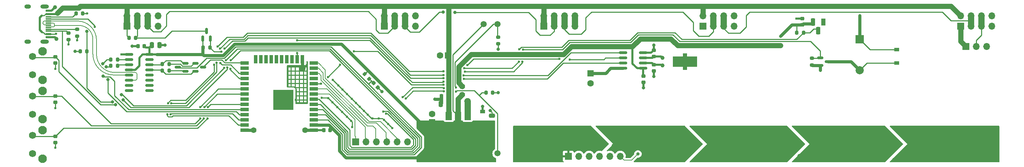
<source format=gbr>
%TF.GenerationSoftware,KiCad,Pcbnew,(6.0.1)*%
%TF.CreationDate,2022-01-22T16:32:06+01:00*%
%TF.ProjectId,MoBo and Touchbar,4d6f426f-2061-46e6-9420-546f75636862,rev?*%
%TF.SameCoordinates,Original*%
%TF.FileFunction,Copper,L1,Top*%
%TF.FilePolarity,Positive*%
%FSLAX46Y46*%
G04 Gerber Fmt 4.6, Leading zero omitted, Abs format (unit mm)*
G04 Created by KiCad (PCBNEW (6.0.1)) date 2022-01-22 16:32:06*
%MOMM*%
%LPD*%
G01*
G04 APERTURE LIST*
G04 Aperture macros list*
%AMRoundRect*
0 Rectangle with rounded corners*
0 $1 Rounding radius*
0 $2 $3 $4 $5 $6 $7 $8 $9 X,Y pos of 4 corners*
0 Add a 4 corners polygon primitive as box body*
4,1,4,$2,$3,$4,$5,$6,$7,$8,$9,$2,$3,0*
0 Add four circle primitives for the rounded corners*
1,1,$1+$1,$2,$3*
1,1,$1+$1,$4,$5*
1,1,$1+$1,$6,$7*
1,1,$1+$1,$8,$9*
0 Add four rect primitives between the rounded corners*
20,1,$1+$1,$2,$3,$4,$5,0*
20,1,$1+$1,$4,$5,$6,$7,0*
20,1,$1+$1,$6,$7,$8,$9,0*
20,1,$1+$1,$8,$9,$2,$3,0*%
G04 Aperture macros list end*
%TA.AperFunction,SMDPad,CuDef*%
%ADD10RoundRect,0.150000X-0.587500X-0.150000X0.587500X-0.150000X0.587500X0.150000X-0.587500X0.150000X0*%
%TD*%
%TA.AperFunction,SMDPad,CuDef*%
%ADD11RoundRect,0.250000X-0.250000X-0.475000X0.250000X-0.475000X0.250000X0.475000X-0.250000X0.475000X0*%
%TD*%
%TA.AperFunction,SMDPad,CuDef*%
%ADD12RoundRect,0.225000X0.250000X-0.225000X0.250000X0.225000X-0.250000X0.225000X-0.250000X-0.225000X0*%
%TD*%
%TA.AperFunction,SMDPad,CuDef*%
%ADD13RoundRect,0.200000X-0.275000X0.200000X-0.275000X-0.200000X0.275000X-0.200000X0.275000X0.200000X0*%
%TD*%
%TA.AperFunction,ComponentPad*%
%ADD14C,1.500000*%
%TD*%
%TA.AperFunction,ComponentPad*%
%ADD15R,1.700000X1.700000*%
%TD*%
%TA.AperFunction,ComponentPad*%
%ADD16O,1.700000X1.700000*%
%TD*%
%TA.AperFunction,SMDPad,CuDef*%
%ADD17RoundRect,0.200000X-0.200000X-0.275000X0.200000X-0.275000X0.200000X0.275000X-0.200000X0.275000X0*%
%TD*%
%TA.AperFunction,SMDPad,CuDef*%
%ADD18R,1.200000X0.900000*%
%TD*%
%TA.AperFunction,SMDPad,CuDef*%
%ADD19R,1.500000X2.000000*%
%TD*%
%TA.AperFunction,SMDPad,CuDef*%
%ADD20R,3.800000X2.000000*%
%TD*%
%TA.AperFunction,ComponentPad*%
%ADD21R,2.000000X2.000000*%
%TD*%
%TA.AperFunction,ComponentPad*%
%ADD22C,2.000000*%
%TD*%
%TA.AperFunction,ComponentPad*%
%ADD23R,1.600000X1.600000*%
%TD*%
%TA.AperFunction,ComponentPad*%
%ADD24C,1.600000*%
%TD*%
%TA.AperFunction,SMDPad,CuDef*%
%ADD25RoundRect,0.225000X0.335876X0.017678X0.017678X0.335876X-0.335876X-0.017678X-0.017678X-0.335876X0*%
%TD*%
%TA.AperFunction,SMDPad,CuDef*%
%ADD26RoundRect,0.200000X0.200000X0.275000X-0.200000X0.275000X-0.200000X-0.275000X0.200000X-0.275000X0*%
%TD*%
%TA.AperFunction,SMDPad,CuDef*%
%ADD27RoundRect,0.150000X0.150000X-0.587500X0.150000X0.587500X-0.150000X0.587500X-0.150000X-0.587500X0*%
%TD*%
%TA.AperFunction,SMDPad,CuDef*%
%ADD28RoundRect,0.225000X-0.250000X0.225000X-0.250000X-0.225000X0.250000X-0.225000X0.250000X0.225000X0*%
%TD*%
%TA.AperFunction,ComponentPad*%
%ADD29C,1.000000*%
%TD*%
%TA.AperFunction,ComponentPad*%
%ADD30R,1.000000X1.000000*%
%TD*%
%TA.AperFunction,SMDPad,CuDef*%
%ADD31R,6.000000X2.500000*%
%TD*%
%TA.AperFunction,SMDPad,CuDef*%
%ADD32RoundRect,0.150000X0.825000X0.150000X-0.825000X0.150000X-0.825000X-0.150000X0.825000X-0.150000X0*%
%TD*%
%TA.AperFunction,SMDPad,CuDef*%
%ADD33RoundRect,0.250000X0.250000X0.475000X-0.250000X0.475000X-0.250000X-0.475000X0.250000X-0.475000X0*%
%TD*%
%TA.AperFunction,SMDPad,CuDef*%
%ADD34RoundRect,0.225000X0.225000X0.250000X-0.225000X0.250000X-0.225000X-0.250000X0.225000X-0.250000X0*%
%TD*%
%TA.AperFunction,SMDPad,CuDef*%
%ADD35R,1.450000X0.600000*%
%TD*%
%TA.AperFunction,SMDPad,CuDef*%
%ADD36R,1.450000X0.300000*%
%TD*%
%TA.AperFunction,ComponentPad*%
%ADD37O,2.100000X1.000000*%
%TD*%
%TA.AperFunction,ComponentPad*%
%ADD38O,1.600000X1.000000*%
%TD*%
%TA.AperFunction,SMDPad,CuDef*%
%ADD39RoundRect,0.250000X0.475000X-0.250000X0.475000X0.250000X-0.475000X0.250000X-0.475000X-0.250000X0*%
%TD*%
%TA.AperFunction,SMDPad,CuDef*%
%ADD40RoundRect,0.200000X0.275000X-0.200000X0.275000X0.200000X-0.275000X0.200000X-0.275000X-0.200000X0*%
%TD*%
%TA.AperFunction,ComponentPad*%
%ADD41C,2.100000*%
%TD*%
%TA.AperFunction,ComponentPad*%
%ADD42C,1.750000*%
%TD*%
%TA.AperFunction,ComponentPad*%
%ADD43R,1.100000X1.800000*%
%TD*%
%TA.AperFunction,ComponentPad*%
%ADD44RoundRect,0.275000X0.275000X0.625000X-0.275000X0.625000X-0.275000X-0.625000X0.275000X-0.625000X0*%
%TD*%
%TA.AperFunction,SMDPad,CuDef*%
%ADD45RoundRect,0.200000X-0.335876X-0.053033X-0.053033X-0.335876X0.335876X0.053033X0.053033X0.335876X0*%
%TD*%
%TA.AperFunction,SMDPad,CuDef*%
%ADD46RoundRect,0.150000X-0.825000X-0.150000X0.825000X-0.150000X0.825000X0.150000X-0.825000X0.150000X0*%
%TD*%
%TA.AperFunction,SMDPad,CuDef*%
%ADD47R,2.000000X0.900000*%
%TD*%
%TA.AperFunction,SMDPad,CuDef*%
%ADD48R,0.900000X2.000000*%
%TD*%
%TA.AperFunction,SMDPad,CuDef*%
%ADD49R,5.000000X5.000000*%
%TD*%
%TA.AperFunction,SMDPad,CuDef*%
%ADD50RoundRect,0.150000X0.587500X0.150000X-0.587500X0.150000X-0.587500X-0.150000X0.587500X-0.150000X0*%
%TD*%
%TA.AperFunction,ViaPad*%
%ADD51C,1.000000*%
%TD*%
%TA.AperFunction,ViaPad*%
%ADD52C,0.600000*%
%TD*%
%TA.AperFunction,ViaPad*%
%ADD53C,1.400000*%
%TD*%
%TA.AperFunction,ViaPad*%
%ADD54C,0.800000*%
%TD*%
%TA.AperFunction,Conductor*%
%ADD55C,1.270000*%
%TD*%
%TA.AperFunction,Conductor*%
%ADD56C,0.254000*%
%TD*%
%TA.AperFunction,Conductor*%
%ADD57C,0.508000*%
%TD*%
%TA.AperFunction,Conductor*%
%ADD58C,0.762000*%
%TD*%
%TA.AperFunction,Conductor*%
%ADD59C,1.524000*%
%TD*%
%TA.AperFunction,Conductor*%
%ADD60C,0.127000*%
%TD*%
%TA.AperFunction,Conductor*%
%ADD61C,0.203200*%
%TD*%
G04 APERTURE END LIST*
D10*
%TO.P,Q3,1,B*%
%TO.N,Net-(Q3-Pad1)*%
X42750500Y-15179000D03*
%TO.P,Q3,2,E*%
%TO.N,Net-(Q3-Pad2)*%
X42750500Y-17079000D03*
%TO.P,Q3,3,C*%
%TO.N,/USB+Power/ESP_GPIO0*%
X44625500Y-16129000D03*
%TD*%
D11*
%TO.P,C13,1*%
%TO.N,+3V3*%
X32070000Y-10668000D03*
%TO.P,C13,2*%
%TO.N,GND*%
X33970000Y-10668000D03*
%TD*%
D12*
%TO.P,C4,1*%
%TO.N,GND*%
X8509000Y-15126000D03*
%TO.P,C4,2*%
%TO.N,BUTTON1*%
X8509000Y-13576000D03*
%TD*%
D13*
%TO.P,R1,1*%
%TO.N,BUZZER*%
X193675000Y-13907000D03*
%TO.P,R1,2*%
%TO.N,GND*%
X193675000Y-15557000D03*
%TD*%
D12*
%TO.P,C7,1*%
%TO.N,+3V3*%
X191262000Y-5728000D03*
%TO.P,C7,2*%
%TO.N,GND*%
X191262000Y-4178000D03*
%TD*%
D14*
%TO.P,R14,1*%
%TO.N,+3V3*%
X113300000Y-37300000D03*
%TO.P,R14,2*%
%TO.N,LIGHT2*%
X116700000Y-37300000D03*
%TD*%
D15*
%TO.P,J4,1,Pin_1*%
%TO.N,+5V*%
X167000000Y-6000000D03*
D16*
%TO.P,J4,2,Pin_2*%
X167000000Y-3460000D03*
%TO.P,J4,3,Pin_3*%
%TO.N,Net-(J3-Pad5)*%
X169540000Y-6000000D03*
%TO.P,J4,4,Pin_4*%
X169540000Y-3460000D03*
%TO.P,J4,5,Pin_5*%
%TO.N,Net-(J4-Pad5)*%
X172080000Y-6000000D03*
%TO.P,J4,6,Pin_6*%
X172080000Y-3460000D03*
%TO.P,J4,7,Pin_7*%
%TO.N,GND*%
X174620000Y-6000000D03*
%TO.P,J4,8,Pin_8*%
X174620000Y-3460000D03*
%TD*%
D17*
%TO.P,R15,1*%
%TO.N,LIGHT2*%
X113856000Y-22352000D03*
%TO.P,R15,2*%
%TO.N,GND*%
X115506000Y-22352000D03*
%TD*%
%TO.P,R4,1*%
%TO.N,Net-(J7-PadB8)*%
X13526000Y-2921000D03*
%TO.P,R4,2*%
%TO.N,GND*%
X15176000Y-2921000D03*
%TD*%
D18*
%TO.P,D1,1,K*%
%TO.N,+5V*%
X214376000Y-11812000D03*
%TO.P,D1,2,A*%
%TO.N,Net-(BZ1-Pad2)*%
X214376000Y-15112000D03*
%TD*%
D15*
%TO.P,J1,1,Pin_1*%
%TO.N,+5V*%
X26000000Y-6000000D03*
D16*
%TO.P,J1,2,Pin_2*%
X26000000Y-3460000D03*
%TO.P,J1,3,Pin_3*%
%TO.N,WS2812*%
X28540000Y-6000000D03*
%TO.P,J1,4,Pin_4*%
X28540000Y-3460000D03*
%TO.P,J1,5,Pin_5*%
%TO.N,Net-(J1-Pad5)*%
X31080000Y-6000000D03*
%TO.P,J1,6,Pin_6*%
X31080000Y-3460000D03*
%TO.P,J1,7,Pin_7*%
%TO.N,GND*%
X33620000Y-6000000D03*
%TO.P,J1,8,Pin_8*%
X33620000Y-3460000D03*
%TD*%
D10*
%TO.P,Q1,1,G*%
%TO.N,BUZZER*%
X195658500Y-13782000D03*
%TO.P,Q1,2,S*%
%TO.N,GND*%
X195658500Y-15682000D03*
%TO.P,Q1,3,D*%
%TO.N,Net-(BZ1-Pad2)*%
X197533500Y-14732000D03*
%TD*%
D19*
%TO.P,U4,1,GND*%
%TO.N,GND*%
X109361000Y-28092000D03*
D20*
%TO.P,U4,2,VO*%
%TO.N,+3V3*%
X107061000Y-34392000D03*
D19*
X107061000Y-28092000D03*
%TO.P,U4,3,VI*%
%TO.N,+5V*%
X104761000Y-28092000D03*
%TD*%
D15*
%TO.P,J3,1,Pin_1*%
%TO.N,+5V*%
X128000000Y-6000000D03*
D16*
%TO.P,J3,2,Pin_2*%
X128000000Y-3460000D03*
%TO.P,J3,3,Pin_3*%
%TO.N,Net-(J2-Pad5)*%
X130540000Y-6000000D03*
%TO.P,J3,4,Pin_4*%
X130540000Y-3460000D03*
%TO.P,J3,5,Pin_5*%
%TO.N,Net-(J3-Pad5)*%
X133080000Y-6000000D03*
%TO.P,J3,6,Pin_6*%
X133080000Y-3460000D03*
%TO.P,J3,7,Pin_7*%
%TO.N,GND*%
X135620000Y-6000000D03*
%TO.P,J3,8,Pin_8*%
X135620000Y-3460000D03*
%TD*%
D21*
%TO.P,BZ1,1,-*%
%TO.N,+5V*%
X205359000Y-9281000D03*
D22*
%TO.P,BZ1,2,+*%
%TO.N,Net-(BZ1-Pad2)*%
X205359000Y-16881000D03*
%TD*%
D17*
%TO.P,R5,1*%
%TO.N,GND*%
X14542000Y-12192000D03*
%TO.P,R5,2*%
%TO.N,CC1*%
X16192000Y-12192000D03*
%TD*%
D23*
%TO.P,C10,1*%
%TO.N,Net-(C10-Pad1)*%
X139446000Y-17613621D03*
D24*
%TO.P,C10,2*%
%TO.N,GND*%
X139446000Y-20113621D03*
%TD*%
D15*
%TO.P,J8,1,Pin_1*%
%TO.N,+5V*%
X231282000Y-11049000D03*
D16*
%TO.P,J8,2,Pin_2*%
%TO.N,Net-(J5-Pad5)*%
X233822000Y-11049000D03*
%TO.P,J8,3,Pin_3*%
%TO.N,GND*%
X236362000Y-11049000D03*
%TD*%
D12*
%TO.P,C5,1*%
%TO.N,GND*%
X8509000Y-24778000D03*
%TO.P,C5,2*%
%TO.N,BUTTON2*%
X8509000Y-23228000D03*
%TD*%
D17*
%TO.P,R17,1*%
%TO.N,+5V*%
X26480000Y-8890000D03*
%TO.P,R17,2*%
%TO.N,WS2812*%
X28130000Y-8890000D03*
%TD*%
D25*
%TO.P,C3,1*%
%TO.N,GND*%
X87416008Y-21122008D03*
%TO.P,C3,2*%
%TO.N,/USB+Power/ESP_RST*%
X86319992Y-20025992D03*
%TD*%
D26*
%TO.P,R10,1*%
%TO.N,Net-(Q2-Pad1)*%
X36321000Y-16967000D03*
%TO.P,R10,2*%
%TO.N,Net-(Q3-Pad2)*%
X34671000Y-16967000D03*
%TD*%
D27*
%TO.P,Q4,1,G*%
%TO.N,+3V3*%
X44516000Y-9065500D03*
%TO.P,Q4,2,S*%
%TO.N,Net-(Q4-Pad2)*%
X46416000Y-9065500D03*
%TO.P,Q4,3,D*%
%TO.N,WS2812*%
X45466000Y-7190500D03*
%TD*%
D14*
%TO.P,R12,1*%
%TO.N,+3V3*%
X113300000Y-5500000D03*
%TO.P,R12,2*%
%TO.N,LIGHT1*%
X116700000Y-5500000D03*
%TD*%
D28*
%TO.P,C8,1*%
%TO.N,Net-(C8-Pad1)*%
X154940000Y-15494000D03*
%TO.P,C8,2*%
%TO.N,GND*%
X154940000Y-17044000D03*
%TD*%
D29*
%TO.P,Y1,1,1*%
%TO.N,Net-(C8-Pad1)*%
X157036000Y-15682000D03*
%TO.P,Y1,2,2*%
%TO.N,Net-(C9-Pad1)*%
X157036000Y-13782000D03*
D30*
%TO.P,Y1,3,3*%
%TO.N,GND*%
X162536000Y-13232000D03*
X162536000Y-16232000D03*
D31*
X162536000Y-14732000D03*
%TD*%
D32*
%TO.P,U3,1,VCC2*%
%TO.N,+3V3*%
X152335000Y-16383000D03*
%TO.P,U3,2,X1*%
%TO.N,Net-(C8-Pad1)*%
X152335000Y-15113000D03*
%TO.P,U3,3,X2*%
%TO.N,Net-(C9-Pad1)*%
X152335000Y-13843000D03*
%TO.P,U3,4,GND*%
%TO.N,GND*%
X152335000Y-12573000D03*
%TO.P,U3,5,CE*%
%TO.N,CE*%
X147385000Y-12573000D03*
%TO.P,U3,6,I/O*%
%TO.N,IO*%
X147385000Y-13843000D03*
%TO.P,U3,7,SCLK*%
%TO.N,SCLK*%
X147385000Y-15113000D03*
%TO.P,U3,8,VCC1*%
%TO.N,Net-(C10-Pad1)*%
X147385000Y-16383000D03*
%TD*%
D33*
%TO.P,C14,1*%
%TO.N,+5V*%
X104709000Y-25146000D03*
%TO.P,C14,2*%
%TO.N,GND*%
X102809000Y-25146000D03*
%TD*%
D34*
%TO.P,C16,1*%
%TO.N,+3V3*%
X30239000Y-10922000D03*
%TO.P,C16,2*%
%TO.N,GND*%
X28689000Y-10922000D03*
%TD*%
D17*
%TO.P,R8,1*%
%TO.N,/USB+Power/ESP_RX*%
X22035000Y-14224000D03*
%TO.P,R8,2*%
%TO.N,Net-(R8-Pad2)*%
X23685000Y-14224000D03*
%TD*%
D12*
%TO.P,C6,1*%
%TO.N,GND*%
X8509000Y-34684000D03*
%TO.P,C6,2*%
%TO.N,BUTTON3*%
X8509000Y-33134000D03*
%TD*%
%TO.P,C9,1*%
%TO.N,Net-(C9-Pad1)*%
X154940000Y-13475000D03*
%TO.P,C9,2*%
%TO.N,GND*%
X154940000Y-11925000D03*
%TD*%
D35*
%TO.P,J7,A1,GND*%
%TO.N,GND*%
X6785000Y-2250000D03*
%TO.P,J7,A4,VBUS*%
%TO.N,+5V*%
X6785000Y-3050000D03*
D36*
%TO.P,J7,A5,CC1*%
%TO.N,CC1*%
X6785000Y-4250000D03*
%TO.P,J7,A6,D+*%
%TO.N,/USB+Power/D+*%
X6785000Y-5250000D03*
%TO.P,J7,A7,D-*%
%TO.N,/USB+Power/D-*%
X6785000Y-5750000D03*
%TO.P,J7,A8,SBU1*%
%TO.N,Net-(J7-PadA8)*%
X6785000Y-6750000D03*
D35*
%TO.P,J7,A9,VBUS*%
%TO.N,+5V*%
X6785000Y-7950000D03*
%TO.P,J7,A12,GND*%
%TO.N,GND*%
X6785000Y-8750000D03*
%TO.P,J7,B1,GND*%
X6785000Y-8750000D03*
%TO.P,J7,B4,VBUS*%
%TO.N,+5V*%
X6785000Y-7950000D03*
D36*
%TO.P,J7,B5,CC2*%
%TO.N,CC2*%
X6785000Y-7250000D03*
%TO.P,J7,B6,D+*%
%TO.N,/USB+Power/D+*%
X6785000Y-6250000D03*
%TO.P,J7,B7,D-*%
%TO.N,/USB+Power/D-*%
X6785000Y-4750000D03*
%TO.P,J7,B8,SBU2*%
%TO.N,Net-(J7-PadB8)*%
X6785000Y-3750000D03*
D35*
%TO.P,J7,B9,VBUS*%
%TO.N,+5V*%
X6785000Y-3050000D03*
%TO.P,J7,B12,GND*%
%TO.N,GND*%
X6785000Y-2250000D03*
D37*
%TO.P,J7,S1,SHIELD*%
%TO.N,unconnected-(J7-PadS1)*%
X5870000Y-9820000D03*
D38*
X1690000Y-1180000D03*
X1690000Y-9820000D03*
D37*
X5870000Y-1180000D03*
%TD*%
D17*
%TO.P,R16,1*%
%TO.N,+3V3*%
X44641000Y-11303000D03*
%TO.P,R16,2*%
%TO.N,Net-(Q4-Pad2)*%
X46291000Y-11303000D03*
%TD*%
D15*
%TO.P,J6,1,Pin_1*%
%TO.N,TOUCH9*%
X82000000Y-34500000D03*
D16*
%TO.P,J6,2,Pin_2*%
%TO.N,TOUCH8*%
X84540000Y-34500000D03*
%TO.P,J6,3,Pin_3*%
%TO.N,TOUCH7*%
X87080000Y-34500000D03*
%TO.P,J6,4,Pin_4*%
%TO.N,TOUCH6*%
X89620000Y-34500000D03*
%TO.P,J6,5,Pin_5*%
%TO.N,TOUCH5*%
X92160000Y-34500000D03*
%TO.P,J6,6,Pin_6*%
%TO.N,GND*%
X94700000Y-34500000D03*
%TD*%
D17*
%TO.P,R9,1*%
%TO.N,/USB+Power/ESP_TX*%
X22035000Y-15748000D03*
%TO.P,R9,2*%
%TO.N,Net-(R9-Pad2)*%
X23685000Y-15748000D03*
%TD*%
D13*
%TO.P,R13,1*%
%TO.N,LIGHT1*%
X116840000Y-8700000D03*
%TO.P,R13,2*%
%TO.N,GND*%
X116840000Y-10350000D03*
%TD*%
D39*
%TO.P,C2,1*%
%TO.N,+3V3*%
X115316000Y-29906000D03*
%TO.P,C2,2*%
%TO.N,GND*%
X115316000Y-28006000D03*
%TD*%
D40*
%TO.P,R7,1*%
%TO.N,GND*%
X11684000Y-9334000D03*
%TO.P,R7,2*%
%TO.N,CC2*%
X11684000Y-7684000D03*
%TD*%
D41*
%TO.P,SW1,*%
%TO.N,*%
X5352500Y-12215000D03*
X5352500Y-19225000D03*
D42*
%TO.P,SW1,1,A*%
%TO.N,GND*%
X2862500Y-17975000D03*
%TO.P,SW1,2,B*%
%TO.N,BUTTON1*%
X2862500Y-13475000D03*
%TD*%
D17*
%TO.P,R3,1*%
%TO.N,+3V3*%
X189929000Y-7620000D03*
%TO.P,R3,2*%
%TO.N,TEMPERATURE*%
X191579000Y-7620000D03*
%TD*%
D34*
%TO.P,C12,1*%
%TO.N,+5V*%
X104534000Y-23241000D03*
%TO.P,C12,2*%
%TO.N,GND*%
X102984000Y-23241000D03*
%TD*%
D43*
%TO.P,U2,1,GND*%
%TO.N,GND*%
X196469000Y-5049000D03*
D44*
%TO.P,U2,2,DQ*%
%TO.N,TEMPERATURE*%
X195199000Y-7119000D03*
%TO.P,U2,3,VDD*%
%TO.N,+3V3*%
X193929000Y-5049000D03*
%TD*%
D41*
%TO.P,SW2,*%
%TO.N,*%
X5352500Y-21915000D03*
X5352500Y-28925000D03*
D42*
%TO.P,SW2,1,A*%
%TO.N,GND*%
X2862500Y-27675000D03*
%TO.P,SW2,2,B*%
%TO.N,BUTTON2*%
X2862500Y-23175000D03*
%TD*%
D41*
%TO.P,SW3,*%
%TO.N,*%
X5352500Y-31615000D03*
X5352500Y-38625000D03*
D42*
%TO.P,SW3,1,A*%
%TO.N,GND*%
X2862500Y-37375000D03*
%TO.P,SW3,2,B*%
%TO.N,BUTTON3*%
X2862500Y-32875000D03*
%TD*%
D26*
%TO.P,R11,1*%
%TO.N,Net-(Q3-Pad1)*%
X36321000Y-15367000D03*
%TO.P,R11,2*%
%TO.N,Net-(Q2-Pad2)*%
X34671000Y-15367000D03*
%TD*%
D45*
%TO.P,R2,1*%
%TO.N,+3V3*%
X84124800Y-17780000D03*
%TO.P,R2,2*%
%TO.N,/USB+Power/ESP_RST*%
X85291526Y-18946726D03*
%TD*%
D15*
%TO.P,J5,1,Pin_1*%
%TO.N,+5V*%
X230000000Y-6000000D03*
D16*
%TO.P,J5,2,Pin_2*%
X230000000Y-3460000D03*
%TO.P,J5,3,Pin_3*%
%TO.N,Net-(J4-Pad5)*%
X232540000Y-6000000D03*
%TO.P,J5,4,Pin_4*%
X232540000Y-3460000D03*
%TO.P,J5,5,Pin_5*%
%TO.N,Net-(J5-Pad5)*%
X235080000Y-6000000D03*
%TO.P,J5,6,Pin_6*%
X235080000Y-3460000D03*
%TO.P,J5,7,Pin_7*%
%TO.N,GND*%
X237620000Y-6000000D03*
%TO.P,J5,8,Pin_8*%
X237620000Y-3460000D03*
%TD*%
D34*
%TO.P,C1,1*%
%TO.N,+3V3*%
X75705000Y-31623000D03*
%TO.P,C1,2*%
%TO.N,GND*%
X74155000Y-31623000D03*
%TD*%
D23*
%TO.P,C11,1*%
%TO.N,+5V*%
X104587112Y-13208000D03*
D24*
%TO.P,C11,2*%
%TO.N,GND*%
X102587112Y-13208000D03*
%TD*%
D46*
%TO.P,U5,1,GND*%
%TO.N,GND*%
X26525000Y-12955000D03*
%TO.P,U5,2,TXD*%
%TO.N,Net-(R8-Pad2)*%
X26525000Y-14225000D03*
%TO.P,U5,3,RXD*%
%TO.N,Net-(R9-Pad2)*%
X26525000Y-15495000D03*
%TO.P,U5,4,V3*%
%TO.N,+3V3*%
X26525000Y-16765000D03*
%TO.P,U5,5,UD+*%
%TO.N,/USB+Power/D+*%
X26525000Y-18035000D03*
%TO.P,U5,6,UD-*%
%TO.N,/USB+Power/D-*%
X26525000Y-19305000D03*
%TO.P,U5,7,NC*%
%TO.N,unconnected-(U5-Pad7)*%
X26525000Y-20575000D03*
%TO.P,U5,8,NC*%
%TO.N,unconnected-(U5-Pad8)*%
X26525000Y-21845000D03*
%TO.P,U5,9,~{CTS}*%
%TO.N,unconnected-(U5-Pad9)*%
X31475000Y-21845000D03*
%TO.P,U5,10,~{DSR}*%
%TO.N,unconnected-(U5-Pad10)*%
X31475000Y-20575000D03*
%TO.P,U5,11,~{RI}*%
%TO.N,unconnected-(U5-Pad11)*%
X31475000Y-19305000D03*
%TO.P,U5,12,~{DCD}*%
%TO.N,unconnected-(U5-Pad12)*%
X31475000Y-18035000D03*
%TO.P,U5,13,~{DTR}*%
%TO.N,Net-(Q3-Pad2)*%
X31475000Y-16765000D03*
%TO.P,U5,14,~{RTS}*%
%TO.N,Net-(Q2-Pad2)*%
X31475000Y-15495000D03*
%TO.P,U5,15,R232*%
%TO.N,unconnected-(U5-Pad15)*%
X31475000Y-14225000D03*
%TO.P,U5,16,VCC*%
%TO.N,+3V3*%
X31475000Y-12955000D03*
%TD*%
D47*
%TO.P,U1,1,GND*%
%TO.N,GND*%
X71746000Y-31623000D03*
%TO.P,U1,2,VDD*%
%TO.N,+3V3*%
X71746000Y-30353000D03*
%TO.P,U1,3,EN*%
%TO.N,/USB+Power/ESP_RST*%
X71746000Y-29083000D03*
%TO.P,U1,4,SENSOR_VP*%
%TO.N,CC1*%
X71746000Y-27813000D03*
%TO.P,U1,5,SENSOR_VN*%
%TO.N,CC2*%
X71746000Y-26543000D03*
%TO.P,U1,6,IO34*%
%TO.N,LIGHT2*%
X71746000Y-25273000D03*
%TO.P,U1,7,IO35*%
%TO.N,LIGHT1*%
X71746000Y-24003000D03*
%TO.P,U1,8,IO32*%
%TO.N,TOUCH9*%
X71746000Y-22733000D03*
%TO.P,U1,9,IO33*%
%TO.N,TOUCH8*%
X71746000Y-21463000D03*
%TO.P,U1,10,IO25*%
%TO.N,SCLK*%
X71746000Y-20193000D03*
%TO.P,U1,11,IO26*%
%TO.N,unconnected-(U1-Pad11)*%
X71746000Y-18923000D03*
%TO.P,U1,12,IO27*%
%TO.N,TOUCH7*%
X71746000Y-17653000D03*
%TO.P,U1,13,IO14*%
%TO.N,TOUCH6*%
X71746000Y-16383000D03*
%TO.P,U1,14,IO12*%
%TO.N,TOUCH5*%
X71746000Y-15113000D03*
D48*
%TO.P,U1,15,GND*%
%TO.N,GND*%
X68961000Y-14113000D03*
%TO.P,U1,16,IO13*%
%TO.N,CE*%
X67691000Y-14113000D03*
%TO.P,U1,17,SHD/SD2*%
%TO.N,unconnected-(U1-Pad17)*%
X66421000Y-14113000D03*
%TO.P,U1,18,SWP/SD3*%
%TO.N,unconnected-(U1-Pad18)*%
X65151000Y-14113000D03*
%TO.P,U1,19,SCS/CMD*%
%TO.N,unconnected-(U1-Pad19)*%
X63881000Y-14113000D03*
%TO.P,U1,20,SCK/CLK*%
%TO.N,unconnected-(U1-Pad20)*%
X62611000Y-14113000D03*
%TO.P,U1,21,SDO/SD0*%
%TO.N,unconnected-(U1-Pad21)*%
X61341000Y-14113000D03*
%TO.P,U1,22,SDI/SD1*%
%TO.N,unconnected-(U1-Pad22)*%
X60071000Y-14113000D03*
%TO.P,U1,23,IO15*%
%TO.N,unconnected-(U1-Pad23)*%
X58801000Y-14113000D03*
%TO.P,U1,24,IO2*%
%TO.N,unconnected-(U1-Pad24)*%
X57531000Y-14113000D03*
D47*
%TO.P,U1,25,IO0*%
%TO.N,/USB+Power/ESP_GPIO0*%
X54746000Y-15113000D03*
%TO.P,U1,26,IO4*%
%TO.N,unconnected-(U1-Pad26)*%
X54746000Y-16383000D03*
%TO.P,U1,27,IO16*%
%TO.N,Net-(Q4-Pad2)*%
X54746000Y-17653000D03*
%TO.P,U1,28,IO17*%
%TO.N,BUZZER*%
X54746000Y-18923000D03*
%TO.P,U1,29,IO5*%
%TO.N,unconnected-(U1-Pad29)*%
X54746000Y-20193000D03*
%TO.P,U1,30,IO18*%
%TO.N,BUTTON1*%
X54746000Y-21463000D03*
%TO.P,U1,31,IO19*%
%TO.N,BUTTON2*%
X54746000Y-22733000D03*
%TO.P,U1,32,NC*%
%TO.N,unconnected-(U1-Pad32)*%
X54746000Y-24003000D03*
%TO.P,U1,33,IO21*%
%TO.N,BUTTON3*%
X54746000Y-25273000D03*
%TO.P,U1,34,RXD0/IO3*%
%TO.N,/USB+Power/ESP_RX*%
X54746000Y-26543000D03*
%TO.P,U1,35,TXD0/IO1*%
%TO.N,/USB+Power/ESP_TX*%
X54746000Y-27813000D03*
%TO.P,U1,36,IO22*%
%TO.N,TEMPERATURE*%
X54746000Y-29083000D03*
%TO.P,U1,37,IO23*%
%TO.N,IO*%
X54746000Y-30353000D03*
%TO.P,U1,38,GND*%
%TO.N,GND*%
X54746000Y-31623000D03*
D49*
%TO.P,U1,39,GND*%
X64246000Y-24123000D03*
%TD*%
D13*
%TO.P,R6,1*%
%TO.N,Net-(J7-PadA8)*%
X13843000Y-6795000D03*
%TO.P,R6,2*%
%TO.N,GND*%
X13843000Y-8445000D03*
%TD*%
D15*
%TO.P,J2,1,Pin_1*%
%TO.N,+5V*%
X89000000Y-6000000D03*
D16*
%TO.P,J2,2,Pin_2*%
X89000000Y-3460000D03*
%TO.P,J2,3,Pin_3*%
%TO.N,Net-(J1-Pad5)*%
X91540000Y-6000000D03*
%TO.P,J2,4,Pin_4*%
X91540000Y-3460000D03*
%TO.P,J2,5,Pin_5*%
%TO.N,Net-(J2-Pad5)*%
X94080000Y-6000000D03*
%TO.P,J2,6,Pin_6*%
X94080000Y-3460000D03*
%TO.P,J2,7,Pin_7*%
%TO.N,GND*%
X96620000Y-6000000D03*
%TO.P,J2,8,Pin_8*%
X96620000Y-3460000D03*
%TD*%
D23*
%TO.P,C19,1*%
%TO.N,+3V3*%
X100711000Y-29657113D03*
D24*
%TO.P,C19,2*%
%TO.N,GND*%
X100711000Y-27657113D03*
%TD*%
D28*
%TO.P,C18,1*%
%TO.N,+3V3*%
X152400000Y-18275000D03*
%TO.P,C18,2*%
%TO.N,GND*%
X152400000Y-19825000D03*
%TD*%
D18*
%TO.P,D2,1,K*%
%TO.N,+3V3*%
X113030000Y-30352000D03*
%TO.P,D2,2,A*%
%TO.N,GND*%
X113030000Y-27052000D03*
%TD*%
D50*
%TO.P,Q2,1,B*%
%TO.N,Net-(Q2-Pad1)*%
X40307500Y-17079000D03*
%TO.P,Q2,2,E*%
%TO.N,Net-(Q2-Pad2)*%
X40307500Y-15179000D03*
%TO.P,Q2,3,C*%
%TO.N,/USB+Power/ESP_RST*%
X38432500Y-16129000D03*
%TD*%
D15*
%TO.P,J1,1,Pin_1*%
%TO.N,TOUCH9*%
X134000000Y-38000000D03*
D16*
%TO.P,J1,2,Pin_2*%
%TO.N,TOUCH8*%
X136540000Y-38000000D03*
%TO.P,J1,3,Pin_3*%
%TO.N,TOUCH7*%
X139080000Y-38000000D03*
%TO.P,J1,4,Pin_4*%
%TO.N,TOUCH6*%
X141620000Y-38000000D03*
%TO.P,J1,5,Pin_5*%
%TO.N,TOUCH5*%
X144160000Y-38000000D03*
%TO.P,J1,6,Pin_6*%
%TO.N,GND*%
X146700000Y-38000000D03*
%TD*%
D51*
%TO.N,+5V*%
X15992480Y-1152520D03*
D52*
X205359000Y-3429000D03*
D51*
X17516480Y-1152520D03*
D52*
X9017000Y-2794000D03*
X8636000Y-7874000D03*
D51*
X14595480Y-1152520D03*
D53*
%TO.N,+3V3*%
X108077000Y-22870500D03*
D52*
X185928000Y-8509000D03*
X185928000Y-10795000D03*
D53*
X108077000Y-20817500D03*
D52*
%TO.N,GND*%
X75247500Y-23685500D03*
X82042000Y-24892000D03*
D54*
X154940000Y-10668000D03*
D52*
X84963000Y-27813000D03*
X8509000Y-26162000D03*
X86106000Y-28702000D03*
D54*
X35306000Y-10668000D03*
X63246000Y-22098000D03*
X63246000Y-25146000D03*
X65278000Y-22098000D03*
D52*
X8509000Y-35941000D03*
D54*
X63246000Y-26162000D03*
X66294000Y-26162000D03*
X114929286Y-26802714D03*
X27305000Y-10922000D03*
X152400000Y-21209000D03*
D52*
X78676500Y-27114500D03*
X77724000Y-20574000D03*
D54*
X64262000Y-25146000D03*
D52*
X79883000Y-22733000D03*
X80899000Y-29337000D03*
X189865000Y-4191000D03*
D54*
X116840000Y-11684000D03*
X116840000Y-22352000D03*
X62230000Y-24130000D03*
D52*
X8509000Y-16510000D03*
D54*
X151047738Y-37446960D03*
D52*
X76390500Y-19240500D03*
D54*
X66294000Y-22098000D03*
D52*
X87630000Y-28702000D03*
D54*
X65278000Y-25146000D03*
D52*
X79819500Y-28257500D03*
X24638000Y-12954000D03*
X84010500Y-26860500D03*
X82994500Y-25844500D03*
D54*
X65278000Y-24130000D03*
D52*
X88900000Y-29083000D03*
D53*
X69596000Y-31623000D03*
D54*
X101346000Y-24003000D03*
D53*
X57023000Y-31623000D03*
D54*
X64262000Y-26162000D03*
X64262000Y-24130000D03*
D52*
X16256000Y-2921000D03*
X81153000Y-30861000D03*
D51*
X8382000Y-1397000D03*
D54*
X62230000Y-22098000D03*
X154940000Y-18415000D03*
D52*
X76263500Y-24701500D03*
D54*
X62230000Y-25146000D03*
D52*
X73660000Y-23622000D03*
D54*
X13335000Y-12192000D03*
X88392000Y-22098000D03*
D52*
X90932000Y-31115000D03*
D51*
X109347000Y-24511000D03*
D52*
X11684000Y-10541000D03*
X89916000Y-30099000D03*
D54*
X62230000Y-26162000D03*
D52*
X195707000Y-16891000D03*
D54*
X62230000Y-23114000D03*
D52*
X78740000Y-21590000D03*
D53*
X68961000Y-16383000D03*
D54*
X66294000Y-25146000D03*
X64262000Y-22098000D03*
X64262000Y-23114000D03*
D52*
X81026000Y-23876000D03*
D54*
X66294000Y-23114000D03*
X63246000Y-23114000D03*
D51*
X109360995Y-25767005D03*
X8763000Y-9144000D03*
D52*
X77470000Y-25908000D03*
D54*
X113030000Y-25781000D03*
D52*
X13843000Y-9525000D03*
D54*
X66294000Y-24130000D03*
X65278000Y-26162000D03*
X65278000Y-23114000D03*
X63246000Y-24130000D03*
D52*
%TO.N,BUTTON1*%
X43942000Y-25908000D03*
X43942000Y-28702000D03*
%TO.N,BUTTON2*%
X44831000Y-28702000D03*
X44958000Y-25908000D03*
%TO.N,BUTTON3*%
X45720000Y-28702000D03*
X45847000Y-25908000D03*
D54*
%TO.N,Net-(J2-Pad5)*%
X103378000Y-2540000D03*
X106299000Y-2667000D03*
%TO.N,TOUCH8*%
X145000000Y-35334000D03*
%TO.N,TOUCH7*%
X166736000Y-37366000D03*
%TO.N,TOUCH6*%
X190485000Y-37874000D03*
%TO.N,TOUCH5*%
X213726000Y-38763000D03*
%TO.N,CC2*%
X23180041Y-25350469D03*
D52*
X51381318Y-14374115D03*
X50583079Y-16172816D03*
D54*
X25024714Y-24124286D03*
D52*
%TO.N,CC1*%
X18101234Y-6153364D03*
D54*
X22473286Y-24643714D03*
D52*
X49795660Y-16311293D03*
D54*
X16161707Y-7334174D03*
D52*
X50171799Y-14408422D03*
D54*
X24638000Y-22860000D03*
D52*
%TO.N,BUZZER*%
X103505000Y-18833503D03*
X108728755Y-17169473D03*
X51308000Y-16510000D03*
X122809000Y-14732000D03*
X49911000Y-11557000D03*
X122936000Y-11802500D03*
%TO.N,TEMPERATURE*%
X122047000Y-11684000D03*
X36703000Y-27686000D03*
X121920000Y-14732000D03*
X47963583Y-14974897D03*
X103505000Y-18034000D03*
X36830000Y-24954980D03*
X108585000Y-16383000D03*
X48792077Y-11560474D03*
D54*
%TO.N,/USB+Power/ESP_RX*%
X20146583Y-18296690D03*
X20038893Y-15274288D03*
%TO.N,/USB+Power/ESP_TX*%
X21336000Y-19177000D03*
X20873083Y-16056188D03*
D52*
%TO.N,LIGHT1*%
X93472000Y-23495000D03*
X89408000Y-27559000D03*
X106545000Y-21098497D03*
X103567049Y-21244847D03*
%TO.N,LIGHT2*%
X103522483Y-22043107D03*
X94214320Y-23791928D03*
X106545000Y-22098000D03*
X88773000Y-27051000D03*
%TO.N,SCLK*%
X75184000Y-18542000D03*
X103505295Y-20447733D03*
X81521608Y-12204392D03*
X78176371Y-15549629D03*
X108461250Y-18944435D03*
X73533000Y-20193000D03*
%TO.N,CE*%
X67691000Y-12655060D03*
X103505000Y-19633006D03*
X67691000Y-9525000D03*
X108341402Y-18153966D03*
%TO.N,IO*%
X48216051Y-11006039D03*
X36030497Y-24954980D03*
X47337083Y-15540502D03*
X103505000Y-17145000D03*
X35903497Y-27686000D03*
X131826000Y-14097000D03*
X109347000Y-15621000D03*
X134366000Y-14224000D03*
%TO.N,Net-(Q4-Pad2)*%
X49070836Y-12309805D03*
X48855875Y-15088568D03*
%TD*%
D55*
%TO.N,+5V*%
X14224000Y-1524000D02*
X14595480Y-1152520D01*
X128000000Y-1200000D02*
X127952520Y-1152520D01*
X104657520Y-1152520D02*
X127952520Y-1152520D01*
X127952520Y-1152520D02*
X167047480Y-1152520D01*
D56*
X26480000Y-8890000D02*
X26000000Y-8410000D01*
X5503581Y-7561479D02*
X5892102Y-7950000D01*
D55*
X128000000Y-3460000D02*
X128000000Y-1200000D01*
D57*
X4699000Y-3937000D02*
X4699000Y-6985000D01*
X4699000Y-6985000D02*
X5275479Y-7561479D01*
D58*
X205359000Y-9281000D02*
X205359000Y-3429000D01*
D55*
X89000000Y-3460000D02*
X89000000Y-1200000D01*
X10287000Y-1524000D02*
X14224000Y-1524000D01*
D56*
X8560000Y-7950000D02*
X8636000Y-7874000D01*
D55*
X89000000Y-1200000D02*
X89047480Y-1152520D01*
D57*
X8761000Y-3050000D02*
X9017000Y-2794000D01*
D59*
X26000000Y-6000000D02*
X26000000Y-3460000D01*
D55*
X104761000Y-28092000D02*
X104761000Y-1256000D01*
X227692520Y-1152520D02*
X230000000Y-3460000D01*
D56*
X6094000Y-3050000D02*
X5715000Y-3429000D01*
D55*
X167000000Y-1200000D02*
X167047480Y-1152520D01*
X89047480Y-1152520D02*
X104657520Y-1152520D01*
X104761000Y-1256000D02*
X104657520Y-1152520D01*
D59*
X89000000Y-6000000D02*
X89000000Y-3460000D01*
D56*
X207890000Y-11812000D02*
X205359000Y-9281000D01*
X5715000Y-3429000D02*
X5207000Y-3429000D01*
D57*
X6785000Y-3050000D02*
X8761000Y-3050000D01*
D55*
X26000000Y-3460000D02*
X26000000Y-1400000D01*
X14595480Y-1152520D02*
X25752520Y-1152520D01*
D56*
X5275479Y-7561479D02*
X5503581Y-7561479D01*
D55*
X26000000Y-1400000D02*
X25752520Y-1152520D01*
X167000000Y-3460000D02*
X167000000Y-1200000D01*
D57*
X5207000Y-3429000D02*
X4699000Y-3937000D01*
D55*
X230000000Y-9767000D02*
X231282000Y-11049000D01*
D56*
X5892102Y-7950000D02*
X6785000Y-7950000D01*
D55*
X9017000Y-2794000D02*
X10287000Y-1524000D01*
D56*
X214376000Y-11812000D02*
X207890000Y-11812000D01*
D55*
X167047480Y-1152520D02*
X227692520Y-1152520D01*
D59*
X128000000Y-6000000D02*
X128000000Y-3460000D01*
D55*
X25752520Y-1152520D02*
X89047480Y-1152520D01*
D56*
X6785000Y-3050000D02*
X6094000Y-3050000D01*
X26000000Y-8410000D02*
X26000000Y-6000000D01*
D55*
X230000000Y-6000000D02*
X230000000Y-9767000D01*
D56*
X6785000Y-7950000D02*
X8560000Y-7950000D01*
%TO.N,Net-(BZ1-Pad2)*%
X214376000Y-15112000D02*
X207128000Y-15112000D01*
X207128000Y-15112000D02*
X205359000Y-16881000D01*
D58*
X203210000Y-14732000D02*
X205359000Y-16881000D01*
X197533500Y-14732000D02*
X203210000Y-14732000D01*
D55*
%TO.N,+3V3*%
X108077000Y-20817500D02*
X107188000Y-19928500D01*
D57*
X152335000Y-18210000D02*
X152400000Y-18275000D01*
D56*
X189929000Y-7620000D02*
X189929000Y-5805000D01*
D57*
X152335000Y-16383000D02*
X150876000Y-16383000D01*
D58*
X84988400Y-16916400D02*
X97663000Y-29591000D01*
D57*
X149733000Y-15240000D02*
X149733000Y-11049000D01*
D58*
X77978000Y-36703000D02*
X79629000Y-38354000D01*
D56*
X105772979Y-13027021D02*
X105772979Y-26803979D01*
D58*
X44578000Y-11366000D02*
X44641000Y-11303000D01*
D55*
X185928000Y-10795000D02*
X160782000Y-10795000D01*
X160782000Y-10795000D02*
X159131000Y-9144000D01*
X110236000Y-12954000D02*
X132879218Y-12954000D01*
D57*
X75946000Y-31623000D02*
X76342422Y-31226578D01*
D58*
X191262000Y-5728000D02*
X189852000Y-5728000D01*
X48773213Y-13182445D02*
X48781073Y-13190305D01*
D55*
X107061000Y-23886500D02*
X108077000Y-22870500D01*
D58*
X50275717Y-12437501D02*
X52299218Y-10414000D01*
D56*
X105772979Y-26803979D02*
X107061000Y-28092000D01*
D58*
X37845000Y-12955000D02*
X44578000Y-12955000D01*
D55*
X107061000Y-28092000D02*
X107061000Y-23886500D01*
D58*
X189852000Y-5728000D02*
X188709000Y-5728000D01*
D57*
X31475000Y-11263000D02*
X30580000Y-11263000D01*
D56*
X189929000Y-5805000D02*
X189852000Y-5728000D01*
D55*
X107188000Y-16002000D02*
X110236000Y-12954000D01*
D58*
X188709000Y-5728000D02*
X185928000Y-8509000D01*
D57*
X29845000Y-12955000D02*
X31475000Y-12955000D01*
X29000000Y-13800000D02*
X29845000Y-12955000D01*
X75705000Y-31623000D02*
X75946000Y-31623000D01*
D58*
X78486000Y-10414000D02*
X84988400Y-16916400D01*
X33273000Y-12955000D02*
X37845000Y-12955000D01*
X77978000Y-32862156D02*
X77978000Y-36703000D01*
D57*
X29000000Y-15800000D02*
X29000000Y-13800000D01*
D58*
X76342422Y-31226578D02*
X77978000Y-32862156D01*
D55*
X159131000Y-9144000D02*
X151638000Y-9144000D01*
D58*
X50268520Y-12437501D02*
X50275717Y-12437501D01*
D55*
X134784218Y-11049000D02*
X149733000Y-11049000D01*
D57*
X28035000Y-16765000D02*
X29000000Y-15800000D01*
D56*
X113300000Y-5500000D02*
X105772979Y-13027021D01*
D57*
X150876000Y-16383000D02*
X149733000Y-15240000D01*
D55*
X107188000Y-19928500D02*
X107188000Y-16002000D01*
D58*
X79629000Y-38354000D02*
X97790000Y-38354000D01*
X75468844Y-30353000D02*
X75897922Y-30782078D01*
D57*
X30580000Y-11263000D02*
X30239000Y-10922000D01*
D58*
X191541000Y-5449000D02*
X191262000Y-5728000D01*
X44805445Y-13182445D02*
X48773213Y-13182445D01*
D57*
X75705000Y-31623000D02*
X75705000Y-30975000D01*
D55*
X132879218Y-12954000D02*
X134784218Y-11049000D01*
D58*
X71746000Y-30353000D02*
X75468844Y-30353000D01*
D57*
X31475000Y-11263000D02*
X32070000Y-10668000D01*
D58*
X44578000Y-12955000D02*
X44805445Y-13182445D01*
D56*
X84124800Y-17780000D02*
X84988400Y-16916400D01*
D57*
X31475000Y-12955000D02*
X31475000Y-11263000D01*
X152335000Y-16383000D02*
X152335000Y-18210000D01*
D55*
X151638000Y-9144000D02*
X149733000Y-11049000D01*
D58*
X193929000Y-5449000D02*
X191541000Y-5449000D01*
X52299218Y-10414000D02*
X78486000Y-10414000D01*
D56*
X44516000Y-9065500D02*
X44516000Y-11178000D01*
D57*
X75705000Y-30975000D02*
X75897922Y-30782078D01*
D58*
X75897922Y-30782078D02*
X76342422Y-31226578D01*
D56*
X44516000Y-11178000D02*
X44641000Y-11303000D01*
D57*
X26525000Y-16765000D02*
X28035000Y-16765000D01*
D58*
X48781073Y-13190305D02*
X49515716Y-13190305D01*
D57*
X31475000Y-12955000D02*
X33273000Y-12955000D01*
D58*
X44578000Y-12955000D02*
X44578000Y-11366000D01*
X49515716Y-13190305D02*
X50268520Y-12437501D01*
D56*
%TO.N,GND*%
X13843000Y-8445000D02*
X13843000Y-9525000D01*
D57*
X189878000Y-4178000D02*
X189865000Y-4191000D01*
D58*
X195658500Y-16842500D02*
X195707000Y-16891000D01*
D56*
X8509000Y-34684000D02*
X8509000Y-35941000D01*
X82994500Y-25844500D02*
X82042000Y-24892000D01*
X85852000Y-28702000D02*
X84963000Y-27813000D01*
X86106000Y-28702000D02*
X85852000Y-28702000D01*
X81026000Y-23876000D02*
X79883000Y-22733000D01*
X87630000Y-28702000D02*
X86106000Y-28702000D01*
D57*
X26525000Y-12955000D02*
X24639000Y-12955000D01*
D56*
X75247500Y-23685500D02*
X75184000Y-23622000D01*
X75184000Y-23622000D02*
X73660000Y-23622000D01*
X78676500Y-27114500D02*
X77470000Y-25908000D01*
X76390500Y-19240500D02*
X76327000Y-19177000D01*
D59*
X109347000Y-24511000D02*
X109361000Y-24525000D01*
D57*
X154940000Y-11925000D02*
X154940000Y-10668000D01*
D60*
X147700000Y-39000000D02*
X146700000Y-38000000D01*
D58*
X71746000Y-31623000D02*
X69596000Y-31623000D01*
X68961000Y-14113000D02*
X68961000Y-16383000D01*
X195658500Y-15682000D02*
X193800000Y-15682000D01*
D57*
X6785000Y-8750000D02*
X8369000Y-8750000D01*
D59*
X135620000Y-3460000D02*
X135620000Y-6000000D01*
D57*
X24639000Y-12955000D02*
X24638000Y-12954000D01*
D56*
X81153000Y-30861000D02*
X81153000Y-29591000D01*
X89916000Y-30099000D02*
X88900000Y-29083000D01*
X8509000Y-24778000D02*
X8509000Y-26162000D01*
D58*
X102984000Y-23990000D02*
X101359000Y-23990000D01*
D57*
X28689000Y-10922000D02*
X27305000Y-10922000D01*
D58*
X54746000Y-31623000D02*
X57023000Y-31623000D01*
D57*
X33970000Y-10668000D02*
X35306000Y-10668000D01*
D56*
X77724000Y-20574000D02*
X76390500Y-19240500D01*
D57*
X154940000Y-17044000D02*
X154940000Y-18415000D01*
D58*
X101359000Y-23990000D02*
X101346000Y-24003000D01*
D56*
X79883000Y-22733000D02*
X78740000Y-21590000D01*
X77470000Y-25908000D02*
X76263500Y-24701500D01*
D57*
X74155000Y-31623000D02*
X71746000Y-31623000D01*
D60*
X149494698Y-39000000D02*
X147700000Y-39000000D01*
D58*
X102984000Y-23241000D02*
X102984000Y-23990000D01*
D57*
X191262000Y-4178000D02*
X189878000Y-4178000D01*
D56*
X78740000Y-21590000D02*
X77724000Y-20574000D01*
X14542000Y-12192000D02*
X13335000Y-12192000D01*
X90932000Y-31115000D02*
X89916000Y-30099000D01*
X88900000Y-29083000D02*
X88519000Y-28702000D01*
D58*
X195658500Y-15682000D02*
X195658500Y-16842500D01*
D56*
X82042000Y-24892000D02*
X81026000Y-23876000D01*
X115506000Y-22352000D02*
X116840000Y-22352000D01*
X84963000Y-27813000D02*
X84010500Y-26860500D01*
D57*
X7529000Y-2250000D02*
X8382000Y-1397000D01*
D58*
X102984000Y-23990000D02*
X102984000Y-24971000D01*
D56*
X87416008Y-21122008D02*
X88392000Y-22098000D01*
D59*
X109361000Y-24525000D02*
X109361000Y-28092000D01*
D56*
X88519000Y-28702000D02*
X87630000Y-28702000D01*
D57*
X8369000Y-8750000D02*
X8763000Y-9144000D01*
X154292000Y-12573000D02*
X154940000Y-11925000D01*
D56*
X80899000Y-29337000D02*
X79819500Y-28257500D01*
X115316000Y-28006000D02*
X115316000Y-27189428D01*
X84010500Y-26860500D02*
X82994500Y-25844500D01*
D58*
X193800000Y-15682000D02*
X193675000Y-15557000D01*
D57*
X152335000Y-12573000D02*
X154292000Y-12573000D01*
D56*
X11684000Y-9334000D02*
X11684000Y-10541000D01*
X79819500Y-28257500D02*
X78676500Y-27114500D01*
X116840000Y-10350000D02*
X116840000Y-11684000D01*
X15176000Y-2921000D02*
X16256000Y-2921000D01*
D57*
X113030000Y-27052000D02*
X113030000Y-25781000D01*
X152400000Y-19825000D02*
X152400000Y-21209000D01*
D56*
X115316000Y-27189428D02*
X114929286Y-26802714D01*
X76263500Y-24701500D02*
X75247500Y-23685500D01*
X81153000Y-29591000D02*
X80899000Y-29337000D01*
D58*
X102984000Y-24971000D02*
X102809000Y-25146000D01*
D56*
X8509000Y-15126000D02*
X8509000Y-16510000D01*
D60*
X151047738Y-37446960D02*
X149494698Y-39000000D01*
D57*
X6785000Y-2250000D02*
X7529000Y-2250000D01*
D56*
%TO.N,/USB+Power/ESP_RST*%
X78685520Y-32569092D02*
X75199428Y-29083000D01*
X98062040Y-35821456D02*
X96237016Y-37646480D01*
X75199428Y-29083000D02*
X71746000Y-29083000D01*
X48488013Y-13897816D02*
X49808777Y-13897816D01*
X43084059Y-16259040D02*
X45453143Y-13889956D01*
X38432500Y-16129000D02*
X38562540Y-16259040D01*
X49808777Y-13897816D02*
X50561581Y-13145012D01*
X52592270Y-11121520D02*
X75917016Y-11121520D01*
X48480152Y-13889956D02*
X48488013Y-13897816D01*
X85750400Y-19405600D02*
X85291526Y-18946726D01*
X75917016Y-11121520D02*
X85051948Y-20256452D01*
X85051948Y-20256452D02*
X98062040Y-33266544D01*
X50561581Y-13145012D02*
X50568778Y-13145012D01*
X96237016Y-37646480D02*
X79922064Y-37646480D01*
X98062040Y-33266544D02*
X98062040Y-35821456D01*
X38562540Y-16259040D02*
X43084059Y-16259040D01*
X50568778Y-13145012D02*
X52592270Y-11121520D01*
X45453143Y-13889956D02*
X48480152Y-13889956D01*
X85750400Y-19558000D02*
X85051948Y-20256452D01*
X78685520Y-36409936D02*
X78685520Y-32569092D01*
X79922064Y-37646480D02*
X78685520Y-36409936D01*
X86319992Y-20025992D02*
X86319992Y-19975192D01*
X85750400Y-19405600D02*
X85750400Y-19558000D01*
X86319992Y-19975192D02*
X85750400Y-19405600D01*
%TO.N,BUTTON1*%
X3304511Y-13718511D02*
X3048000Y-13462000D01*
X8509000Y-13576000D02*
X8366489Y-13718511D01*
X54746000Y-21463000D02*
X48387000Y-21463000D01*
X43942000Y-28702000D02*
X42672000Y-29972000D01*
X9310520Y-14377520D02*
X8509000Y-13576000D01*
X22098000Y-29972000D02*
X9310520Y-17184520D01*
X9310520Y-17184520D02*
X9310520Y-14377520D01*
X8366489Y-13718511D02*
X3304511Y-13718511D01*
X48387000Y-21463000D02*
X43942000Y-25908000D01*
X42672000Y-29972000D02*
X22098000Y-29972000D01*
%TO.N,BUTTON2*%
X8509000Y-23228000D02*
X8445489Y-23291511D01*
X17272000Y-30480000D02*
X43053000Y-30480000D01*
X8445489Y-23291511D02*
X2979011Y-23291511D01*
X54746000Y-22733000D02*
X48133000Y-22733000D01*
X48133000Y-22733000D02*
X44958000Y-25908000D01*
X8509000Y-23228000D02*
X10020000Y-23228000D01*
X2979011Y-23291511D02*
X2862500Y-23175000D01*
X10020000Y-23228000D02*
X17272000Y-30480000D01*
X43053000Y-30480000D02*
X44831000Y-28702000D01*
%TO.N,BUTTON3*%
X3121500Y-33134000D02*
X2862500Y-32875000D01*
X45720000Y-28702000D02*
X43307000Y-31115000D01*
X43307000Y-31115000D02*
X10528000Y-31115000D01*
X8509000Y-33134000D02*
X3121500Y-33134000D01*
X54746000Y-25273000D02*
X46482000Y-25273000D01*
X10528000Y-31115000D02*
X8509000Y-33134000D01*
X46482000Y-25273000D02*
X45847000Y-25908000D01*
D57*
%TO.N,Net-(C8-Pad1)*%
X154940000Y-15494000D02*
X156848000Y-15494000D01*
X156848000Y-15494000D02*
X157036000Y-15682000D01*
X154559000Y-15113000D02*
X154940000Y-15494000D01*
X152335000Y-15113000D02*
X154559000Y-15113000D01*
%TO.N,Net-(C9-Pad1)*%
X156729000Y-13475000D02*
X157036000Y-13782000D01*
X154572000Y-13843000D02*
X154940000Y-13475000D01*
X154940000Y-13475000D02*
X156729000Y-13475000D01*
X152335000Y-13843000D02*
X154572000Y-13843000D01*
D58*
%TO.N,Net-(C10-Pad1)*%
X147385000Y-16383000D02*
X144399000Y-16383000D01*
X144399000Y-16383000D02*
X143168379Y-17613621D01*
X143168379Y-17613621D02*
X139446000Y-17613621D01*
D56*
%TO.N,WS2812*%
X35306000Y-8890000D02*
X37005500Y-7190500D01*
X28130000Y-8890000D02*
X28540000Y-8480000D01*
X28540000Y-8480000D02*
X28540000Y-6000000D01*
X28130000Y-8890000D02*
X35306000Y-8890000D01*
D59*
X28540000Y-3460000D02*
X28540000Y-6000000D01*
D56*
X37005500Y-7190500D02*
X45466000Y-7190500D01*
%TO.N,Net-(J1-Pad5)*%
X85090000Y-2413000D02*
X86995000Y-4318000D01*
X32446000Y-7366000D02*
X34290000Y-7366000D01*
X87757000Y-7747000D02*
X89793000Y-7747000D01*
X35687000Y-3175000D02*
X36449000Y-2413000D01*
X31080000Y-6000000D02*
X32446000Y-7366000D01*
X36449000Y-2413000D02*
X85090000Y-2413000D01*
X86995000Y-6985000D02*
X87757000Y-7747000D01*
X34290000Y-7366000D02*
X35687000Y-5969000D01*
X89793000Y-7747000D02*
X91540000Y-6000000D01*
X35687000Y-5969000D02*
X35687000Y-3175000D01*
D59*
X31080000Y-3460000D02*
X31080000Y-6000000D01*
D56*
X86995000Y-4318000D02*
X86995000Y-6985000D01*
D59*
X91540000Y-3460000D02*
X91540000Y-6000000D01*
D56*
%TO.N,Net-(J2-Pad5)*%
X106299000Y-2667000D02*
X124333000Y-2667000D01*
X126111000Y-4445000D02*
X126111000Y-7239000D01*
X97536000Y-7493000D02*
X99441000Y-5588000D01*
X94298511Y-4636511D02*
X94298511Y-6414511D01*
X126111000Y-7239000D02*
X127127000Y-8255000D01*
X127127000Y-8255000D02*
X129540000Y-8255000D01*
X94298511Y-6414511D02*
X95377000Y-7493000D01*
X130540000Y-7255000D02*
X130540000Y-6000000D01*
X129540000Y-8255000D02*
X130540000Y-7255000D01*
X95377000Y-7493000D02*
X97536000Y-7493000D01*
X124333000Y-2667000D02*
X126111000Y-4445000D01*
D59*
X94080000Y-3460000D02*
X94080000Y-4418000D01*
D56*
X94080000Y-4418000D02*
X94298511Y-4636511D01*
X99441000Y-5588000D02*
X102489000Y-2540000D01*
D59*
X94080000Y-4418000D02*
X94080000Y-6000000D01*
D56*
X102489000Y-2540000D02*
X103378000Y-2540000D01*
D59*
X130540000Y-3460000D02*
X130540000Y-6000000D01*
D56*
%TO.N,Net-(J3-Pad5)*%
X133080000Y-6000000D02*
X133080000Y-6842000D01*
X138303000Y-3937000D02*
X139700000Y-2540000D01*
X162052000Y-2540000D02*
X164592000Y-5080000D01*
X137160000Y-8001000D02*
X138303000Y-6858000D01*
X133080000Y-6842000D02*
X134239000Y-8001000D01*
D59*
X133080000Y-3460000D02*
X133080000Y-6000000D01*
D56*
X139700000Y-2540000D02*
X162052000Y-2540000D01*
X164592000Y-5080000D02*
X164592000Y-7112000D01*
X138303000Y-6858000D02*
X138303000Y-3937000D01*
X164592000Y-7112000D02*
X165989000Y-8509000D01*
X168402000Y-8509000D02*
X169540000Y-7371000D01*
X134239000Y-8001000D02*
X137160000Y-8001000D01*
X169540000Y-7371000D02*
X169540000Y-6000000D01*
X165989000Y-8509000D02*
X168402000Y-8509000D01*
D59*
X169540000Y-3460000D02*
X169540000Y-6000000D01*
D56*
%TO.N,Net-(J4-Pad5)*%
X176022000Y-7747000D02*
X177546000Y-6223000D01*
X177546000Y-6223000D02*
X177546000Y-3429000D01*
X172080000Y-6599000D02*
X173228000Y-7747000D01*
X232035000Y-4699000D02*
X232540000Y-4194000D01*
D59*
X172080000Y-3460000D02*
X172080000Y-6000000D01*
D56*
X178435000Y-2540000D02*
X225552000Y-2540000D01*
X225552000Y-2540000D02*
X227711000Y-4699000D01*
X227711000Y-4699000D02*
X232035000Y-4699000D01*
X173228000Y-7747000D02*
X176022000Y-7747000D01*
D59*
X232540000Y-4194000D02*
X232540000Y-6000000D01*
D56*
X172080000Y-6000000D02*
X172080000Y-6599000D01*
D59*
X232540000Y-3460000D02*
X232540000Y-4194000D01*
D56*
X177546000Y-3429000D02*
X178435000Y-2540000D01*
%TO.N,Net-(J5-Pad5)*%
X235080000Y-6000000D02*
X235080000Y-8252000D01*
D59*
X235080000Y-3460000D02*
X235080000Y-6000000D01*
D56*
X233822000Y-9510000D02*
X233822000Y-11049000D01*
X235080000Y-8252000D02*
X233822000Y-9510000D01*
D60*
%TO.N,TOUCH9*%
X82000000Y-33232000D02*
X82000000Y-34500000D01*
X75565000Y-22733000D02*
X81788000Y-28956000D01*
X71746000Y-22733000D02*
X75565000Y-22733000D01*
X81788000Y-33020000D02*
X82000000Y-33232000D01*
X81788000Y-28956000D02*
X81788000Y-33020000D01*
%TO.N,TOUCH8*%
X84540000Y-33613000D02*
X84540000Y-34500000D01*
X84328000Y-33401000D02*
X84540000Y-33613000D01*
X71746000Y-21463000D02*
X74930000Y-21463000D01*
X84328000Y-30861000D02*
X84328000Y-33401000D01*
X74930000Y-21463000D02*
X84328000Y-30861000D01*
%TO.N,TOUCH7*%
X73533000Y-19304000D02*
X84836000Y-30607000D01*
X73000000Y-17653000D02*
X73533000Y-18186000D01*
X73533000Y-18186000D02*
X73533000Y-19304000D01*
X86868000Y-31242000D02*
X86868000Y-34288000D01*
X71746000Y-17653000D02*
X73000000Y-17653000D01*
X86868000Y-34288000D02*
X87080000Y-34500000D01*
X86233000Y-30607000D02*
X86868000Y-31242000D01*
X84836000Y-30607000D02*
X86233000Y-30607000D01*
%TO.N,TOUCH6*%
X89408000Y-32198919D02*
X87054081Y-29845000D01*
X89408000Y-33401000D02*
X89408000Y-32198919D01*
X72873000Y-16383000D02*
X71746000Y-16383000D01*
X84836000Y-29845000D02*
X74041000Y-19050000D01*
X87054081Y-29845000D02*
X84836000Y-29845000D01*
X74041000Y-17551000D02*
X72873000Y-16383000D01*
X89620000Y-33613000D02*
X89408000Y-33401000D01*
X74041000Y-19050000D02*
X74041000Y-17551000D01*
X89620000Y-34500000D02*
X89620000Y-33613000D01*
%TO.N,TOUCH5*%
X88065480Y-29518480D02*
X92160000Y-33613000D01*
X85271480Y-29518480D02*
X88065480Y-29518480D01*
X74549000Y-16789000D02*
X74549000Y-18796000D01*
X74549000Y-18796000D02*
X85271480Y-29518480D01*
X92160000Y-33613000D02*
X92160000Y-34500000D01*
X72873000Y-15113000D02*
X74549000Y-16789000D01*
X71746000Y-15113000D02*
X72873000Y-15113000D01*
D61*
%TO.N,/USB+Power/D+*%
X6785000Y-5250000D02*
X7917000Y-5250000D01*
X8255000Y-5842000D02*
X8255000Y-5969000D01*
X26525000Y-18035000D02*
X22804689Y-18035000D01*
X8001000Y-6223000D02*
X6812000Y-6223000D01*
X14249105Y-5842000D02*
X8255000Y-5842000D01*
X8255000Y-5588000D02*
X8255000Y-5842000D01*
X17653000Y-12883311D02*
X17653000Y-9245895D01*
X17653000Y-12883311D02*
G75*
G03*
X22804689Y-18035000I5151690J1D01*
G01*
X14249105Y-5842000D02*
G75*
G02*
X17653000Y-9245895I-1J-3403896D01*
G01*
X6785000Y-6250000D02*
G75*
G02*
X6812000Y-6223000I27000J0D01*
G01*
X8001000Y-6223000D02*
G75*
G03*
X8255000Y-5969000I0J254000D01*
G01*
X8255000Y-5588000D02*
G75*
G03*
X7917000Y-5250000I-338000J0D01*
G01*
D56*
%TO.N,CC2*%
X26935428Y-26035000D02*
X41183461Y-26035000D01*
X71746000Y-26543000D02*
X73942176Y-26543000D01*
X41183461Y-26035000D02*
X50583079Y-16635382D01*
X10124520Y-7203520D02*
X11203520Y-7203520D01*
X80297772Y-36739440D02*
X95861308Y-36739440D01*
X53726873Y-12028560D02*
X51381318Y-14374115D01*
X10124520Y-15966520D02*
X10124520Y-7203520D01*
X6785000Y-7250000D02*
X7764000Y-7250000D01*
X7764000Y-7250000D02*
X7810480Y-7203520D01*
X50583079Y-16635382D02*
X50583079Y-16172816D01*
X79592560Y-32193384D02*
X79592560Y-36034228D01*
X73942176Y-26543000D02*
X79592560Y-32193384D01*
X7810480Y-7203520D02*
X10124520Y-7203520D01*
X19528225Y-25370225D02*
X10124520Y-15966520D01*
X11203520Y-7203520D02*
X11684000Y-7684000D01*
X95861308Y-36739440D02*
X97155000Y-35445748D01*
X23180041Y-25350469D02*
X23160285Y-25370225D01*
X75541308Y-12028560D02*
X53726873Y-12028560D01*
X25024714Y-24124286D02*
X26935428Y-26035000D01*
X79592560Y-36034228D02*
X80297772Y-36739440D01*
X97155000Y-35445748D02*
X97155000Y-33642252D01*
X23160285Y-25370225D02*
X19528225Y-25370225D01*
X97155000Y-33642252D02*
X75541308Y-12028560D01*
%TO.N,Net-(J7-PadA8)*%
X6785000Y-6750000D02*
X13798000Y-6750000D01*
X13798000Y-6750000D02*
X13843000Y-6795000D01*
D61*
%TO.N,/USB+Power/D-*%
X18542000Y-12977291D02*
X18542000Y-10922000D01*
X13809501Y-4750000D02*
X6785000Y-4750000D01*
X5842000Y-5715000D02*
X6750000Y-5715000D01*
X24993451Y-17399000D02*
X22963709Y-17399000D01*
X5461000Y-5080000D02*
X5461000Y-5334000D01*
X28033203Y-17399000D02*
X24993451Y-17399000D01*
X6785000Y-4750000D02*
X5791000Y-4750000D01*
X28448000Y-18938777D02*
X28448000Y-17813797D01*
X26525000Y-19305000D02*
X28081777Y-19305000D01*
X18542000Y-10922000D02*
X18542000Y-9482499D01*
X5461000Y-5080000D02*
G75*
G02*
X5791000Y-4750000I330001J-1D01*
G01*
X5842000Y-5715000D02*
G75*
G02*
X5461000Y-5334000I-1J380999D01*
G01*
X6785000Y-5750000D02*
G75*
G03*
X6750000Y-5715000I-34999J1D01*
G01*
X28448000Y-18938777D02*
G75*
G02*
X28081777Y-19305000I-366222J-1D01*
G01*
X13809501Y-4750000D02*
G75*
G02*
X18542000Y-9482499I0J-4732499D01*
G01*
X18542000Y-12977291D02*
G75*
G03*
X22963709Y-17399000I4421710J1D01*
G01*
X28033203Y-17399000D02*
G75*
G02*
X28448000Y-17813797I1J-414796D01*
G01*
D56*
%TO.N,CC1*%
X18101234Y-5909234D02*
X18101234Y-6153364D01*
X74570802Y-27813000D02*
X79139040Y-32381238D01*
X16442000Y-4250000D02*
X18101234Y-5909234D01*
X24638000Y-22860000D02*
X24892000Y-22860000D01*
X16161707Y-21241707D02*
X16161707Y-7334174D01*
X24892000Y-22860000D02*
X27613480Y-25581480D01*
X6785000Y-4250000D02*
X16442000Y-4250000D01*
X40525473Y-25581480D02*
X49795660Y-16311293D01*
X27613480Y-25581480D02*
X40525473Y-25581480D01*
X79139040Y-32381238D02*
X79139040Y-36222082D01*
X80109918Y-37192960D02*
X96049162Y-37192960D01*
X75729162Y-11575040D02*
X53005181Y-11575040D01*
X79139040Y-36222082D02*
X80109918Y-37192960D01*
X53005181Y-11575040D02*
X50171799Y-14408422D01*
X96049162Y-37192960D02*
X97608520Y-35633602D01*
X97608520Y-35633602D02*
X97608520Y-33454398D01*
X22473286Y-24643714D02*
X19563714Y-24643714D01*
X71746000Y-27813000D02*
X74570802Y-27813000D01*
X19563714Y-24643714D02*
X16161707Y-21241707D01*
X97608520Y-33454398D02*
X75729162Y-11575040D01*
%TO.N,Net-(J7-PadB8)*%
X6785000Y-3750000D02*
X6790519Y-3755519D01*
X12691481Y-3755519D02*
X13526000Y-2921000D01*
X6790519Y-3755519D02*
X12691481Y-3755519D01*
%TO.N,BUZZER*%
X55638723Y-8890000D02*
X85471000Y-8890000D01*
X193675000Y-13907000D02*
X195533500Y-13907000D01*
X108728755Y-17169473D02*
X120625527Y-17169473D01*
X53492000Y-18923000D02*
X51308000Y-16739000D01*
X195658500Y-12143500D02*
X193294000Y-9779000D01*
X120625527Y-17169473D02*
X122301000Y-15494000D01*
X195658500Y-13782000D02*
X195658500Y-12143500D01*
X54746000Y-18923000D02*
X53492000Y-18923000D01*
X161290000Y-9779000D02*
X159639000Y-8128000D01*
X132596500Y-11802500D02*
X122936000Y-11802500D01*
X122301000Y-15494000D02*
X122809000Y-14986000D01*
X51308000Y-16739000D02*
X51308000Y-16510000D01*
X49911000Y-11557000D02*
X51797978Y-9670022D01*
X95414503Y-18833503D02*
X103505000Y-18833503D01*
X85471000Y-8890000D02*
X95414503Y-18833503D01*
X151136362Y-8128000D02*
X149231362Y-10033000D01*
X134366000Y-10033000D02*
X132596500Y-11802500D01*
X149231362Y-10033000D02*
X134366000Y-10033000D01*
X193294000Y-9779000D02*
X161290000Y-9779000D01*
X51797978Y-9670022D02*
X54858702Y-9670021D01*
X159639000Y-8128000D02*
X151136362Y-8128000D01*
X54858702Y-9670021D02*
X55638723Y-8890000D01*
X195533500Y-13907000D02*
X195658500Y-13782000D01*
X122809000Y-14986000D02*
X122809000Y-14732000D01*
%TO.N,Net-(Q2-Pad1)*%
X36321000Y-16967000D02*
X40195500Y-16967000D01*
X40195500Y-16967000D02*
X40307500Y-17079000D01*
%TO.N,Net-(Q2-Pad2)*%
X31475000Y-15495000D02*
X34543000Y-15495000D01*
X39817000Y-15179000D02*
X39116000Y-14478000D01*
X34543000Y-15495000D02*
X34671000Y-15367000D01*
X40307500Y-15179000D02*
X39817000Y-15179000D01*
X35560000Y-14478000D02*
X34671000Y-15367000D01*
X39116000Y-14478000D02*
X35560000Y-14478000D01*
%TO.N,Net-(Q3-Pad1)*%
X42352000Y-15179000D02*
X42750500Y-15179000D01*
X39081901Y-15367000D02*
X39520421Y-15805520D01*
X41725480Y-15805520D02*
X42352000Y-15179000D01*
X39520421Y-15805520D02*
X41725480Y-15805520D01*
X36321000Y-15367000D02*
X39081901Y-15367000D01*
%TO.N,Net-(Q3-Pad2)*%
X31475000Y-16765000D02*
X34469000Y-16765000D01*
X34469000Y-16765000D02*
X34671000Y-16967000D01*
X35472520Y-17768520D02*
X41667480Y-17768520D01*
X42357000Y-17079000D02*
X42750500Y-17079000D01*
X34671000Y-16967000D02*
X35472520Y-17768520D01*
X41667480Y-17768520D02*
X42357000Y-17079000D01*
%TO.N,/USB+Power/ESP_GPIO0*%
X49912293Y-15034923D02*
X54667923Y-15034923D01*
X49228697Y-14351327D02*
X49912293Y-15034923D01*
X54667923Y-15034923D02*
X54746000Y-15113000D01*
X46411033Y-14343467D02*
X48292303Y-14343467D01*
X48300163Y-14351327D02*
X49228697Y-14351327D01*
X44625500Y-16129000D02*
X46411033Y-14343467D01*
X48292303Y-14343467D02*
X48300163Y-14351327D01*
%TO.N,TEMPERATURE*%
X122047000Y-11684000D02*
X122555000Y-11176000D01*
X151003000Y-7620000D02*
X160147000Y-7620000D01*
X53340000Y-29083000D02*
X51816000Y-27559000D01*
X132461000Y-11176000D02*
X134112000Y-9525000D01*
X160147000Y-7620000D02*
X161798000Y-9271000D01*
X47963583Y-17314417D02*
X47963583Y-14974897D01*
X122555000Y-11176000D02*
X132461000Y-11176000D01*
X55559851Y-8327511D02*
X85664149Y-8327511D01*
X194068000Y-6719000D02*
X193167000Y-7620000D01*
X36830000Y-27559000D02*
X36703000Y-27686000D01*
X149098000Y-9525000D02*
X151003000Y-7620000D01*
X134112000Y-9525000D02*
X149098000Y-9525000D01*
X36830000Y-24954980D02*
X40323020Y-24954980D01*
X51136040Y-9216511D02*
X54670851Y-9216511D01*
X40323020Y-24954980D02*
X47963583Y-17314417D01*
X54670851Y-9216511D02*
X55559851Y-8327511D01*
X51816000Y-27559000D02*
X36830000Y-27559000D01*
X108585000Y-16383000D02*
X120269000Y-16383000D01*
X195199000Y-6719000D02*
X194068000Y-6719000D01*
X193167000Y-7620000D02*
X191579000Y-7620000D01*
X54746000Y-29083000D02*
X53340000Y-29083000D01*
X95370638Y-18034000D02*
X103505000Y-18034000D01*
X161798000Y-9271000D02*
X189928000Y-9271000D01*
X48792077Y-11560474D02*
X51136040Y-9216511D01*
X85664149Y-8327511D02*
X95370638Y-18034000D01*
X120269000Y-16383000D02*
X121920000Y-14732000D01*
X189928000Y-9271000D02*
X191579000Y-7620000D01*
%TO.N,/USB+Power/ESP_RX*%
X22987000Y-19558000D02*
X22987000Y-23114000D01*
X22035000Y-14224000D02*
X21089181Y-14224000D01*
X21879489Y-18450489D02*
X22987000Y-19558000D01*
X20146583Y-18296690D02*
X20300382Y-18450489D01*
X20300382Y-18450489D02*
X21879489Y-18450489D01*
X26416000Y-26543000D02*
X54746000Y-26543000D01*
X22987000Y-23114000D02*
X26416000Y-26543000D01*
X21089181Y-14224000D02*
X20038893Y-15274288D01*
%TO.N,Net-(R8-Pad2)*%
X26525000Y-14225000D02*
X23686000Y-14225000D01*
X23686000Y-14225000D02*
X23685000Y-14224000D01*
%TO.N,/USB+Power/ESP_TX*%
X20873083Y-16056188D02*
X21726812Y-16056188D01*
X25916499Y-27059499D02*
X52738499Y-27059499D01*
X52738499Y-27059499D02*
X53492000Y-27813000D01*
X21336000Y-19177000D02*
X21336000Y-22479000D01*
X21726812Y-16056188D02*
X22035000Y-15748000D01*
X21336000Y-22479000D02*
X25916499Y-27059499D01*
X53492000Y-27813000D02*
X54746000Y-27813000D01*
%TO.N,Net-(R9-Pad2)*%
X26525000Y-15495000D02*
X23938000Y-15495000D01*
X23938000Y-15495000D02*
X23685000Y-15748000D01*
%TO.N,LIGHT1*%
X96139000Y-35179000D02*
X96139000Y-33909000D01*
X115639340Y-5500000D02*
X116700000Y-5500000D01*
X93472000Y-23495000D02*
X95893499Y-21073501D01*
X89852500Y-27622500D02*
X89789000Y-27559000D01*
X89789000Y-27559000D02*
X89408000Y-27559000D01*
X96139000Y-33909000D02*
X89852500Y-27622500D01*
X71746000Y-24003000D02*
X73000000Y-24003000D01*
X116700000Y-8560000D02*
X116840000Y-8700000D01*
X106226490Y-20779987D02*
X106226490Y-14912850D01*
X80499600Y-31502600D02*
X80499600Y-35352622D01*
X80979378Y-35832400D02*
X95485600Y-35832400D01*
X106226490Y-14912850D02*
X115639340Y-5500000D01*
X116700000Y-5500000D02*
X116700000Y-8560000D01*
X80499600Y-35352622D02*
X80979378Y-35832400D01*
X106545000Y-21098497D02*
X106226490Y-20779987D01*
X103395703Y-21073501D02*
X103567049Y-21244847D01*
X95893499Y-21073501D02*
X103395703Y-21073501D01*
X73000000Y-24003000D02*
X80499600Y-31502600D01*
X95485600Y-35832400D02*
X96139000Y-35179000D01*
%TO.N,LIGHT2*%
X80046080Y-35846374D02*
X80046080Y-32005530D01*
X110998000Y-21844000D02*
X112204500Y-23050500D01*
X89803863Y-26932489D02*
X96647000Y-33775626D01*
X106545000Y-22098000D02*
X106799000Y-21844000D01*
X95673454Y-36285920D02*
X80485626Y-36285920D01*
X103450376Y-21971000D02*
X103522483Y-22043107D01*
X112903000Y-22352000D02*
X112204500Y-23050500D01*
X88773000Y-27051000D02*
X88891511Y-26932489D01*
X88891511Y-26932489D02*
X89803863Y-26932489D01*
X73313550Y-25273000D02*
X71746000Y-25273000D01*
X96647000Y-33775626D02*
X96647000Y-35312374D01*
X112204500Y-23050500D02*
X116700000Y-27546000D01*
X106799000Y-21844000D02*
X110998000Y-21844000D01*
X80046080Y-32005530D02*
X73313550Y-25273000D01*
X96647000Y-35312374D02*
X95673454Y-36285920D01*
X80485626Y-36285920D02*
X80046080Y-35846374D01*
X96035248Y-21971000D02*
X103450376Y-21971000D01*
X116700000Y-27546000D02*
X116700000Y-37300000D01*
X94214320Y-23791928D02*
X96035248Y-21971000D01*
X113856000Y-22352000D02*
X112903000Y-22352000D01*
%TO.N,SCLK*%
X87388392Y-12204392D02*
X95631733Y-20447733D01*
X71746000Y-20193000D02*
X73533000Y-20193000D01*
X75184000Y-18542000D02*
X78176371Y-15549629D01*
X95631733Y-20447733D02*
X103505295Y-20447733D01*
X132721362Y-15113000D02*
X128889927Y-18944435D01*
X81521608Y-12204392D02*
X87388392Y-12204392D01*
X147385000Y-15113000D02*
X132721362Y-15113000D01*
X128889927Y-18944435D02*
X108461250Y-18944435D01*
%TO.N,CE*%
X129032000Y-18161000D02*
X108348436Y-18161000D01*
X85464638Y-9525000D02*
X95189150Y-19249511D01*
X95201885Y-19249511D02*
X95818854Y-19866480D01*
X67691000Y-9525000D02*
X85464638Y-9525000D01*
X147385000Y-12573000D02*
X134620000Y-12573000D01*
X67691000Y-14113000D02*
X67691000Y-12655060D01*
X95818854Y-19866480D02*
X103271526Y-19866480D01*
X103271526Y-19866480D02*
X103505000Y-19633006D01*
X134620000Y-12573000D02*
X129032000Y-18161000D01*
X108348436Y-18161000D02*
X108341402Y-18153966D01*
X95189150Y-19249511D02*
X95201885Y-19249511D01*
%TO.N,IO*%
X54746000Y-30353000D02*
X53245489Y-30353000D01*
X95123000Y-17145000D02*
X103505000Y-17145000D01*
X48216051Y-11006039D02*
X50459090Y-8763000D01*
X50905009Y-28012520D02*
X37262501Y-28012520D01*
X110871000Y-14097000D02*
X131826000Y-14097000D01*
X85725000Y-7747000D02*
X95123000Y-17145000D01*
X36641959Y-24257000D02*
X40379626Y-24257000D01*
X134366000Y-14224000D02*
X142748000Y-14224000D01*
X143129000Y-13843000D02*
X147385000Y-13843000D01*
X35903497Y-28090515D02*
X35903497Y-27686000D01*
X40379626Y-24257000D02*
X47337083Y-17299543D01*
X55499000Y-7747000D02*
X85725000Y-7747000D01*
X53245489Y-30353000D02*
X50905009Y-28012520D01*
X37262501Y-28012520D02*
X36962510Y-28312511D01*
X36030497Y-24868462D02*
X36641959Y-24257000D01*
X36030497Y-24954980D02*
X36030497Y-24868462D01*
X50459090Y-8763000D02*
X54483000Y-8763000D01*
X47337083Y-17299543D02*
X47337083Y-15540502D01*
X109347000Y-15621000D02*
X110871000Y-14097000D01*
X142748000Y-14224000D02*
X143129000Y-13843000D01*
X54483000Y-8763000D02*
X55499000Y-7747000D01*
X36962510Y-28312511D02*
X36125493Y-28312511D01*
X36125493Y-28312511D02*
X35903497Y-28090515D01*
%TO.N,Net-(Q4-Pad2)*%
X49313622Y-15546315D02*
X48855875Y-15088568D01*
X53464007Y-17653000D02*
X51357322Y-15546315D01*
X46416000Y-10353000D02*
X46416000Y-11428000D01*
X51357322Y-15546315D02*
X49313622Y-15546315D01*
X46416000Y-9065500D02*
X46416000Y-10353000D01*
X54746000Y-17653000D02*
X53464007Y-17653000D01*
X46416000Y-10353000D02*
X46416000Y-11178000D01*
X46416000Y-11178000D02*
X46291000Y-11303000D01*
X46416000Y-11428000D02*
X47297805Y-12309805D01*
X47297805Y-12309805D02*
X49070836Y-12309805D01*
%TD*%
%TA.AperFunction,Conductor*%
%TO.N,GND*%
G36*
X69215000Y-15602884D02*
G01*
X69219475Y-15618123D01*
X69220865Y-15619328D01*
X69228548Y-15620999D01*
X69455669Y-15620999D01*
X69462490Y-15620629D01*
X69513352Y-15615105D01*
X69528604Y-15611479D01*
X69649054Y-15566324D01*
X69664649Y-15557786D01*
X69766724Y-15481285D01*
X69779285Y-15468724D01*
X69855786Y-15366649D01*
X69864324Y-15351054D01*
X69909478Y-15230606D01*
X69913105Y-15215351D01*
X69918631Y-15164486D01*
X69919000Y-15157672D01*
X69919000Y-14731000D01*
X69939002Y-14662879D01*
X69992658Y-14616386D01*
X70045000Y-14605000D01*
X70111500Y-14605000D01*
X70179621Y-14625002D01*
X70226114Y-14678658D01*
X70237500Y-14731000D01*
X70237500Y-15611134D01*
X70244255Y-15673316D01*
X70255672Y-15703771D01*
X70260855Y-15774577D01*
X70255674Y-15792224D01*
X70244255Y-15822684D01*
X70237500Y-15884866D01*
X70237500Y-16881134D01*
X70244255Y-16943316D01*
X70255672Y-16973771D01*
X70260855Y-17044577D01*
X70255674Y-17062224D01*
X70244255Y-17092684D01*
X70237500Y-17154866D01*
X70237500Y-18151134D01*
X70244255Y-18213316D01*
X70255672Y-18243771D01*
X70260855Y-18314577D01*
X70255674Y-18332224D01*
X70244255Y-18362684D01*
X70237500Y-18424866D01*
X70237500Y-19421134D01*
X70244255Y-19483316D01*
X70255672Y-19513771D01*
X70260855Y-19584577D01*
X70255674Y-19602224D01*
X70244255Y-19632684D01*
X70237500Y-19694866D01*
X70237500Y-20691134D01*
X70244255Y-20753316D01*
X70255672Y-20783771D01*
X70260855Y-20854577D01*
X70255674Y-20872224D01*
X70244255Y-20902684D01*
X70237500Y-20964866D01*
X70237500Y-21961134D01*
X70244255Y-22023316D01*
X70255672Y-22053771D01*
X70260855Y-22124577D01*
X70255674Y-22142224D01*
X70244255Y-22172684D01*
X70237500Y-22234866D01*
X70237500Y-23231134D01*
X70244255Y-23293316D01*
X70255672Y-23323771D01*
X70260855Y-23394577D01*
X70255674Y-23412224D01*
X70244255Y-23442684D01*
X70237500Y-23504866D01*
X70237500Y-24501134D01*
X70244255Y-24563316D01*
X70255672Y-24593771D01*
X70260855Y-24664577D01*
X70255674Y-24682224D01*
X70244255Y-24712684D01*
X70237500Y-24774866D01*
X70237500Y-25020000D01*
X70217498Y-25088121D01*
X70163842Y-25134614D01*
X70111500Y-25146000D01*
X67380000Y-25146000D01*
X67311879Y-25125998D01*
X67265386Y-25072342D01*
X67254000Y-25020000D01*
X67254000Y-24395115D01*
X67249525Y-24379876D01*
X67248135Y-24378671D01*
X67240452Y-24377000D01*
X67056000Y-24377000D01*
X67056000Y-24281000D01*
X67509603Y-24281000D01*
X67525267Y-24334346D01*
X67529088Y-24351910D01*
X67530117Y-24359066D01*
X67531400Y-24377000D01*
X67531400Y-24740600D01*
X68059000Y-24740600D01*
X68312000Y-24740600D01*
X69076000Y-24740600D01*
X69329000Y-24740600D01*
X69962191Y-24740600D01*
X69968478Y-24682725D01*
X69969572Y-24674931D01*
X69970112Y-24671798D01*
X69971698Y-24664054D01*
X69977893Y-24638000D01*
X69971698Y-24611946D01*
X69970112Y-24604202D01*
X69969572Y-24601069D01*
X69968478Y-24593275D01*
X69961723Y-24531093D01*
X69961406Y-24527759D01*
X69961294Y-24526390D01*
X69961058Y-24522930D01*
X69960321Y-24509322D01*
X69960183Y-24505900D01*
X69960146Y-24504526D01*
X69960100Y-24501134D01*
X69960100Y-24281000D01*
X69329000Y-24281000D01*
X69329000Y-24740600D01*
X69076000Y-24740600D01*
X69076000Y-24281000D01*
X68312000Y-24281000D01*
X68312000Y-24740600D01*
X68059000Y-24740600D01*
X68059000Y-24281000D01*
X67509603Y-24281000D01*
X67056000Y-24281000D01*
X67056000Y-24028000D01*
X67476525Y-24028000D01*
X68059000Y-24028000D01*
X68312000Y-24028000D01*
X69076000Y-24028000D01*
X69329000Y-24028000D01*
X69960100Y-24028000D01*
X69960100Y-23504866D01*
X69960146Y-23501474D01*
X69960183Y-23500100D01*
X69960321Y-23496678D01*
X69961058Y-23483070D01*
X69961294Y-23479610D01*
X69961406Y-23478241D01*
X69961723Y-23474907D01*
X69968478Y-23412725D01*
X69969572Y-23404931D01*
X69970112Y-23401798D01*
X69971698Y-23394054D01*
X69977893Y-23368000D01*
X69971698Y-23341946D01*
X69970112Y-23334202D01*
X69969572Y-23331069D01*
X69968478Y-23323275D01*
X69962039Y-23264000D01*
X69329000Y-23264000D01*
X69329000Y-24028000D01*
X69076000Y-24028000D01*
X69076000Y-23264000D01*
X68312000Y-23264000D01*
X68312000Y-24028000D01*
X68059000Y-24028000D01*
X68059000Y-23264000D01*
X67531400Y-23264000D01*
X67531400Y-23869000D01*
X67530679Y-23882458D01*
X67530099Y-23887857D01*
X67527941Y-23901182D01*
X67516555Y-23953524D01*
X67514936Y-23960105D01*
X67514216Y-23962727D01*
X67502206Y-23991712D01*
X67497302Y-24000324D01*
X67483035Y-24020487D01*
X67476525Y-24028000D01*
X67056000Y-24028000D01*
X67056000Y-23869000D01*
X67235885Y-23869000D01*
X67251124Y-23864525D01*
X67252329Y-23863135D01*
X67254000Y-23855452D01*
X67253999Y-22247000D01*
X67531399Y-22247000D01*
X67531400Y-23011000D01*
X68059000Y-23011000D01*
X68312000Y-23011000D01*
X69076000Y-23011000D01*
X69329000Y-23011000D01*
X69960100Y-23011000D01*
X69960100Y-22247000D01*
X69329000Y-22247000D01*
X69329000Y-23011000D01*
X69076000Y-23011000D01*
X69076000Y-22247000D01*
X68312000Y-22247000D01*
X68312000Y-23011000D01*
X68059000Y-23011000D01*
X68059000Y-22247000D01*
X67531399Y-22247000D01*
X67253999Y-22247000D01*
X67253999Y-21578331D01*
X67253629Y-21571510D01*
X67248105Y-21520648D01*
X67244479Y-21505396D01*
X67199324Y-21384946D01*
X67190786Y-21369351D01*
X67114285Y-21267276D01*
X67101724Y-21254715D01*
X67068747Y-21230000D01*
X67442784Y-21230000D01*
X67449799Y-21265268D01*
X67450965Y-21267590D01*
X67452470Y-21270872D01*
X67455920Y-21279162D01*
X67507000Y-21415417D01*
X67509543Y-21422907D01*
X67510470Y-21425948D01*
X67512528Y-21433544D01*
X67519809Y-21464169D01*
X67521394Y-21471905D01*
X67521934Y-21475037D01*
X67523029Y-21482840D01*
X67529776Y-21544959D01*
X67530093Y-21548290D01*
X67530205Y-21549659D01*
X67530441Y-21553117D01*
X67531178Y-21566722D01*
X67531316Y-21570146D01*
X67531353Y-21571520D01*
X67531399Y-21574912D01*
X67531399Y-21994000D01*
X68059000Y-21994000D01*
X68312000Y-21994000D01*
X69076000Y-21994000D01*
X69329000Y-21994000D01*
X69962039Y-21994000D01*
X69961723Y-21991093D01*
X69961406Y-21987759D01*
X69961294Y-21986390D01*
X69961058Y-21982930D01*
X69960321Y-21969322D01*
X69960183Y-21965900D01*
X69960146Y-21964526D01*
X69960100Y-21961134D01*
X69960100Y-21230000D01*
X69329000Y-21230000D01*
X69329000Y-21994000D01*
X69076000Y-21994000D01*
X69076000Y-21230000D01*
X68312000Y-21230000D01*
X68312000Y-21994000D01*
X68059000Y-21994000D01*
X68059000Y-21230000D01*
X67442784Y-21230000D01*
X67068747Y-21230000D01*
X66999649Y-21178214D01*
X66984054Y-21169676D01*
X66863606Y-21124522D01*
X66848351Y-21120895D01*
X66797486Y-21115369D01*
X66790672Y-21115000D01*
X65277000Y-21115000D01*
X65208879Y-21094998D01*
X65162386Y-21041342D01*
X65151000Y-20989000D01*
X65151000Y-20977000D01*
X67295000Y-20977000D01*
X68059000Y-20977000D01*
X68312000Y-20977000D01*
X69076000Y-20977000D01*
X69329000Y-20977000D01*
X69960100Y-20977000D01*
X69960100Y-20964866D01*
X69960146Y-20961474D01*
X69960183Y-20960100D01*
X69960321Y-20956678D01*
X69961058Y-20943070D01*
X69961294Y-20939610D01*
X69961406Y-20938241D01*
X69961723Y-20934907D01*
X69968478Y-20872725D01*
X69969572Y-20864931D01*
X69970112Y-20861798D01*
X69971698Y-20854054D01*
X69977893Y-20828000D01*
X69971698Y-20801946D01*
X69970112Y-20794202D01*
X69969572Y-20791069D01*
X69968478Y-20783275D01*
X69961723Y-20721093D01*
X69961406Y-20717759D01*
X69961294Y-20716390D01*
X69961058Y-20712930D01*
X69960321Y-20699322D01*
X69960183Y-20695900D01*
X69960146Y-20694526D01*
X69960100Y-20691134D01*
X69960100Y-20213000D01*
X69329000Y-20213000D01*
X69329000Y-20977000D01*
X69076000Y-20977000D01*
X69076000Y-20213000D01*
X68312000Y-20213000D01*
X68312000Y-20977000D01*
X68059000Y-20977000D01*
X68059000Y-20213000D01*
X67295000Y-20213000D01*
X67295000Y-20977000D01*
X65151000Y-20977000D01*
X65151000Y-20837600D01*
X65556400Y-20837600D01*
X66025000Y-20837600D01*
X66278000Y-20837600D01*
X66794089Y-20837600D01*
X66797481Y-20837646D01*
X66798855Y-20837683D01*
X66802277Y-20837821D01*
X66815885Y-20838558D01*
X66819345Y-20838794D01*
X66820714Y-20838906D01*
X66824048Y-20839223D01*
X66886166Y-20845971D01*
X66893960Y-20847065D01*
X66897093Y-20847605D01*
X66904837Y-20849191D01*
X66935459Y-20856472D01*
X66943064Y-20858534D01*
X66946104Y-20859461D01*
X66953583Y-20862000D01*
X67042000Y-20895146D01*
X67042000Y-20213000D01*
X66278000Y-20213000D01*
X66278000Y-20837600D01*
X66025000Y-20837600D01*
X66025000Y-20213000D01*
X65556400Y-20213000D01*
X65556400Y-20837600D01*
X65151000Y-20837600D01*
X65151000Y-19960000D01*
X65556400Y-19960000D01*
X66025000Y-19960000D01*
X66278000Y-19960000D01*
X67042000Y-19960000D01*
X67295000Y-19960000D01*
X68059000Y-19960000D01*
X68312000Y-19960000D01*
X69076000Y-19960000D01*
X69329000Y-19960000D01*
X69960100Y-19960000D01*
X69960100Y-19694866D01*
X69960146Y-19691474D01*
X69960183Y-19690100D01*
X69960321Y-19686678D01*
X69961058Y-19673070D01*
X69961294Y-19669610D01*
X69961406Y-19668241D01*
X69961723Y-19664907D01*
X69968478Y-19602725D01*
X69969572Y-19594931D01*
X69970112Y-19591798D01*
X69971698Y-19584054D01*
X69977893Y-19558000D01*
X69971698Y-19531946D01*
X69970112Y-19524202D01*
X69969572Y-19521069D01*
X69968478Y-19513275D01*
X69961723Y-19451093D01*
X69961406Y-19447759D01*
X69961294Y-19446390D01*
X69961058Y-19442930D01*
X69960321Y-19429322D01*
X69960183Y-19425900D01*
X69960146Y-19424526D01*
X69960100Y-19421134D01*
X69960100Y-19196000D01*
X69329000Y-19196000D01*
X69329000Y-19960000D01*
X69076000Y-19960000D01*
X69076000Y-19196000D01*
X68312000Y-19196000D01*
X68312000Y-19960000D01*
X68059000Y-19960000D01*
X68059000Y-19196000D01*
X67295000Y-19196000D01*
X67295000Y-19960000D01*
X67042000Y-19960000D01*
X67042000Y-19196000D01*
X66278000Y-19196000D01*
X66278000Y-19960000D01*
X66025000Y-19960000D01*
X66025000Y-19196000D01*
X65556400Y-19196000D01*
X65556400Y-19960000D01*
X65151000Y-19960000D01*
X65151000Y-18943000D01*
X65556400Y-18943000D01*
X66025000Y-18943000D01*
X66278000Y-18943000D01*
X67042000Y-18943000D01*
X67295000Y-18943000D01*
X68059000Y-18943000D01*
X68312000Y-18943000D01*
X69076000Y-18943000D01*
X69329000Y-18943000D01*
X69960100Y-18943000D01*
X69960100Y-18424866D01*
X69960146Y-18421474D01*
X69960183Y-18420100D01*
X69960321Y-18416678D01*
X69961058Y-18403070D01*
X69961294Y-18399610D01*
X69961406Y-18398241D01*
X69961723Y-18394907D01*
X69968478Y-18332725D01*
X69969572Y-18324931D01*
X69970112Y-18321798D01*
X69971698Y-18314054D01*
X69977893Y-18288000D01*
X69971698Y-18261946D01*
X69970112Y-18254202D01*
X69969572Y-18251069D01*
X69968478Y-18243275D01*
X69961723Y-18181093D01*
X69961524Y-18179000D01*
X69329000Y-18179000D01*
X69329000Y-18943000D01*
X69076000Y-18943000D01*
X69076000Y-18179000D01*
X68312000Y-18179000D01*
X68312000Y-18943000D01*
X68059000Y-18943000D01*
X68059000Y-18179000D01*
X67295000Y-18179000D01*
X67295000Y-18943000D01*
X67042000Y-18943000D01*
X67042000Y-18179000D01*
X66278000Y-18179000D01*
X66278000Y-18943000D01*
X66025000Y-18943000D01*
X66025000Y-18179000D01*
X65556400Y-18179000D01*
X65556400Y-18943000D01*
X65151000Y-18943000D01*
X65151000Y-17926000D01*
X65556400Y-17926000D01*
X66025000Y-17926000D01*
X66278000Y-17926000D01*
X67042000Y-17926000D01*
X67295000Y-17926000D01*
X68059000Y-17926000D01*
X68312000Y-17926000D01*
X69076000Y-17926000D01*
X69329000Y-17926000D01*
X69960100Y-17926000D01*
X69960100Y-17162000D01*
X69329000Y-17162000D01*
X69329000Y-17926000D01*
X69076000Y-17926000D01*
X69076000Y-17162000D01*
X68312000Y-17162000D01*
X68312000Y-17926000D01*
X68059000Y-17926000D01*
X68059000Y-17162000D01*
X67295000Y-17162000D01*
X67295000Y-17926000D01*
X67042000Y-17926000D01*
X67042000Y-17162000D01*
X66278000Y-17162000D01*
X66278000Y-17926000D01*
X66025000Y-17926000D01*
X66025000Y-17162000D01*
X65556400Y-17162000D01*
X65556400Y-17926000D01*
X65151000Y-17926000D01*
X65151000Y-16909000D01*
X65556400Y-16909000D01*
X66025000Y-16909000D01*
X66278000Y-16909000D01*
X67042000Y-16909000D01*
X67295000Y-16909000D01*
X68059000Y-16909000D01*
X69508322Y-16909000D01*
X69961524Y-16909000D01*
X69961406Y-16907759D01*
X69961294Y-16906390D01*
X69961058Y-16902930D01*
X69960321Y-16889322D01*
X69960183Y-16885900D01*
X69960146Y-16884526D01*
X69960100Y-16881134D01*
X69960100Y-16145000D01*
X69678631Y-16145000D01*
X69694587Y-16187226D01*
X69701808Y-16216626D01*
X69720110Y-16367862D01*
X69721016Y-16384319D01*
X69720877Y-16397597D01*
X69719627Y-16414032D01*
X69698162Y-16564851D01*
X69690327Y-16594093D01*
X69633507Y-16735439D01*
X69618921Y-16761970D01*
X69530024Y-16885682D01*
X69509533Y-16907966D01*
X69508322Y-16909000D01*
X68059000Y-16909000D01*
X68059000Y-16145000D01*
X67295000Y-16145000D01*
X67295000Y-16909000D01*
X67042000Y-16909000D01*
X67042000Y-16145000D01*
X66278000Y-16145000D01*
X66278000Y-16909000D01*
X66025000Y-16909000D01*
X66025000Y-16145000D01*
X65556400Y-16145000D01*
X65556400Y-16909000D01*
X65151000Y-16909000D01*
X65151000Y-15747500D01*
X65171002Y-15679379D01*
X65224658Y-15632886D01*
X65277000Y-15621500D01*
X65649134Y-15621500D01*
X65711316Y-15614745D01*
X65741771Y-15603328D01*
X65812577Y-15598145D01*
X65830224Y-15603326D01*
X65860684Y-15614745D01*
X65922866Y-15621500D01*
X66919134Y-15621500D01*
X66981316Y-15614745D01*
X67011771Y-15603328D01*
X67082577Y-15598145D01*
X67100224Y-15603326D01*
X67130684Y-15614745D01*
X67192866Y-15621500D01*
X68189134Y-15621500D01*
X68251316Y-15614745D01*
X68282483Y-15603061D01*
X68353288Y-15597878D01*
X68370943Y-15603061D01*
X68393398Y-15611479D01*
X68408649Y-15615105D01*
X68459514Y-15620631D01*
X68466328Y-15621000D01*
X68688885Y-15621000D01*
X68704124Y-15616525D01*
X68705329Y-15615135D01*
X68707000Y-15607452D01*
X68707000Y-14605000D01*
X69215000Y-14605000D01*
X69215000Y-15602884D01*
G37*
%TD.AperFunction*%
%TD*%
%TA.AperFunction,Conductor*%
%TO.N,+3V3*%
G36*
X107765121Y-27071002D02*
G01*
X107811614Y-27124658D01*
X107823000Y-27177000D01*
X107823000Y-29210000D01*
X108024808Y-29210000D01*
X108092929Y-29230002D01*
X108139422Y-29283658D01*
X108142788Y-29291766D01*
X108160385Y-29338705D01*
X108165765Y-29345884D01*
X108165767Y-29345887D01*
X108229981Y-29431567D01*
X108247739Y-29455261D01*
X108364295Y-29542615D01*
X108500684Y-29593745D01*
X108562866Y-29600500D01*
X110159134Y-29600500D01*
X110221316Y-29593745D01*
X110357705Y-29542615D01*
X110474261Y-29455261D01*
X110492019Y-29431567D01*
X110556233Y-29345887D01*
X110556235Y-29345884D01*
X110561615Y-29338705D01*
X110579210Y-29291770D01*
X110621852Y-29235006D01*
X110688414Y-29210306D01*
X110697192Y-29210000D01*
X115938500Y-29210000D01*
X116006621Y-29230002D01*
X116053114Y-29283658D01*
X116064500Y-29336000D01*
X116064500Y-36143046D01*
X116044498Y-36211167D01*
X116010771Y-36246259D01*
X115892473Y-36329092D01*
X115892470Y-36329094D01*
X115887962Y-36332251D01*
X115732251Y-36487962D01*
X115605944Y-36668347D01*
X115603621Y-36673329D01*
X115603618Y-36673334D01*
X115586743Y-36709524D01*
X115512880Y-36867924D01*
X115455885Y-37080629D01*
X115436693Y-37300000D01*
X115455885Y-37519371D01*
X115512880Y-37732076D01*
X115515205Y-37737061D01*
X115603618Y-37926666D01*
X115603621Y-37926671D01*
X115605944Y-37931653D01*
X115732251Y-38112038D01*
X115887962Y-38267749D01*
X116068346Y-38394056D01*
X116073331Y-38396380D01*
X116073337Y-38396384D01*
X116259249Y-38483075D01*
X116312535Y-38529992D01*
X116332000Y-38597270D01*
X116332000Y-39366000D01*
X116311998Y-39434121D01*
X116258342Y-39480614D01*
X116206000Y-39492000D01*
X97027000Y-39492000D01*
X96958879Y-39471998D01*
X96912386Y-39418342D01*
X96901000Y-39366000D01*
X96901000Y-37933418D01*
X96921002Y-37865297D01*
X96937905Y-37844323D01*
X97593046Y-37189183D01*
X98455523Y-36326706D01*
X98463849Y-36319130D01*
X98470343Y-36315009D01*
X98517126Y-36265190D01*
X98519880Y-36262349D01*
X98539679Y-36242550D01*
X98542103Y-36239425D01*
X98542111Y-36239416D01*
X98542177Y-36239330D01*
X98549885Y-36230305D01*
X98567857Y-36211167D01*
X98580257Y-36197962D01*
X98590063Y-36180125D01*
X98600913Y-36163609D01*
X98613390Y-36147523D01*
X98631016Y-36106790D01*
X98636233Y-36096142D01*
X98653789Y-36064207D01*
X98657609Y-36057259D01*
X98659580Y-36049584D01*
X98659582Y-36049578D01*
X98662671Y-36037545D01*
X98669074Y-36018843D01*
X98677157Y-36000164D01*
X98684100Y-35956329D01*
X98686507Y-35944707D01*
X98697540Y-35901738D01*
X98697540Y-35881391D01*
X98699091Y-35861680D01*
X98701035Y-35849406D01*
X98702275Y-35841577D01*
X98698099Y-35797400D01*
X98697540Y-35785542D01*
X98697540Y-33345576D01*
X98698070Y-33334337D01*
X98699749Y-33326825D01*
X98697602Y-33258513D01*
X98697540Y-33254556D01*
X98697540Y-33226561D01*
X98697032Y-33222538D01*
X98696099Y-33210696D01*
X98694954Y-33174262D01*
X98694705Y-33166340D01*
X98689028Y-33146801D01*
X98685019Y-33127440D01*
X98683462Y-33115112D01*
X98683459Y-33115102D01*
X98682467Y-33107245D01*
X98679549Y-33099874D01*
X98666134Y-33065990D01*
X98662289Y-33054763D01*
X98649909Y-33012151D01*
X98639550Y-32994635D01*
X98630853Y-32976885D01*
X98623359Y-32957956D01*
X98597278Y-32922058D01*
X98590762Y-32912138D01*
X98572213Y-32880773D01*
X98572211Y-32880770D01*
X98568175Y-32873946D01*
X98553787Y-32859558D01*
X98540946Y-32844524D01*
X98533642Y-32834471D01*
X98528982Y-32828057D01*
X98494790Y-32799771D01*
X98486011Y-32791782D01*
X96937905Y-31243676D01*
X96903879Y-31181364D01*
X96901000Y-31154581D01*
X96901000Y-29336000D01*
X96921002Y-29267879D01*
X96974658Y-29221386D01*
X97027000Y-29210000D01*
X103424808Y-29210000D01*
X103492929Y-29230002D01*
X103539422Y-29283658D01*
X103542788Y-29291766D01*
X103560385Y-29338705D01*
X103565765Y-29345884D01*
X103565767Y-29345887D01*
X103629981Y-29431567D01*
X103647739Y-29455261D01*
X103764295Y-29542615D01*
X103900684Y-29593745D01*
X103962866Y-29600500D01*
X105559134Y-29600500D01*
X105621316Y-29593745D01*
X105757705Y-29542615D01*
X105874261Y-29455261D01*
X105892019Y-29431567D01*
X105956233Y-29345887D01*
X105956235Y-29345884D01*
X105961615Y-29338705D01*
X105979210Y-29291770D01*
X106021852Y-29235006D01*
X106088414Y-29210306D01*
X106097192Y-29210000D01*
X106299000Y-29210000D01*
X106299000Y-27177000D01*
X106319002Y-27108879D01*
X106372658Y-27062386D01*
X106425000Y-27051000D01*
X107697000Y-27051000D01*
X107765121Y-27071002D01*
G37*
%TD.AperFunction*%
%TD*%
%TA.AperFunction,Conductor*%
%TO.N,TOUCH8*%
G36*
X162523931Y-30528002D02*
G01*
X162544905Y-30544905D01*
X166910905Y-34910905D01*
X166944931Y-34973217D01*
X166939866Y-35044032D01*
X166910905Y-35089095D01*
X162544905Y-39455095D01*
X162482593Y-39489121D01*
X162455810Y-39492000D01*
X150115818Y-39492000D01*
X150047697Y-39471998D01*
X150001204Y-39418342D01*
X149991100Y-39348068D01*
X150020594Y-39283488D01*
X150026723Y-39276905D01*
X150911263Y-38392365D01*
X150973575Y-38358339D01*
X151000358Y-38355460D01*
X151143225Y-38355460D01*
X151149677Y-38354088D01*
X151149682Y-38354088D01*
X151236626Y-38335607D01*
X151330026Y-38315754D01*
X151397859Y-38285553D01*
X151498460Y-38240763D01*
X151498462Y-38240762D01*
X151504490Y-38238078D01*
X151658991Y-38125826D01*
X151786778Y-37983904D01*
X151882265Y-37818516D01*
X151941280Y-37636888D01*
X151949288Y-37560702D01*
X151960552Y-37453525D01*
X151961242Y-37446960D01*
X151945756Y-37299618D01*
X151941970Y-37263595D01*
X151941970Y-37263593D01*
X151941280Y-37257032D01*
X151882265Y-37075404D01*
X151786778Y-36910016D01*
X151745884Y-36864598D01*
X151663413Y-36773005D01*
X151663412Y-36773004D01*
X151658991Y-36768094D01*
X151540588Y-36682069D01*
X151509832Y-36659723D01*
X151509831Y-36659722D01*
X151504490Y-36655842D01*
X151498462Y-36653158D01*
X151498460Y-36653157D01*
X151336057Y-36580851D01*
X151336056Y-36580851D01*
X151330026Y-36578166D01*
X151236625Y-36558313D01*
X151149682Y-36539832D01*
X151149677Y-36539832D01*
X151143225Y-36538460D01*
X150952251Y-36538460D01*
X150945799Y-36539832D01*
X150945794Y-36539832D01*
X150858850Y-36558313D01*
X150765450Y-36578166D01*
X150759420Y-36580851D01*
X150759419Y-36580851D01*
X150597016Y-36653157D01*
X150597014Y-36653158D01*
X150590986Y-36655842D01*
X150585645Y-36659722D01*
X150585644Y-36659723D01*
X150554888Y-36682069D01*
X150436485Y-36768094D01*
X150432064Y-36773004D01*
X150432063Y-36773005D01*
X150349593Y-36864598D01*
X150308698Y-36910016D01*
X150213211Y-37075404D01*
X150154196Y-37257032D01*
X150153506Y-37263593D01*
X150153506Y-37263595D01*
X150149720Y-37299618D01*
X150134234Y-37446960D01*
X150134924Y-37453525D01*
X150137898Y-37481819D01*
X150125126Y-37551657D01*
X150101683Y-37584085D01*
X149294673Y-38391095D01*
X149232361Y-38425121D01*
X149205578Y-38428000D01*
X148157623Y-38428000D01*
X148089502Y-38407998D01*
X148043009Y-38354342D01*
X148032701Y-38285553D01*
X148038952Y-38238078D01*
X148061529Y-38066590D01*
X148063156Y-38000000D01*
X148044852Y-37777361D01*
X147990431Y-37560702D01*
X147901354Y-37355840D01*
X147780014Y-37168277D01*
X147629670Y-37003051D01*
X147625619Y-36999852D01*
X147625615Y-36999848D01*
X147458414Y-36867800D01*
X147458410Y-36867798D01*
X147454359Y-36864598D01*
X147258789Y-36756638D01*
X147253920Y-36754914D01*
X147253916Y-36754912D01*
X147053087Y-36683795D01*
X147053083Y-36683794D01*
X147048212Y-36682069D01*
X147043119Y-36681162D01*
X147043116Y-36681161D01*
X146833373Y-36643800D01*
X146833367Y-36643799D01*
X146828284Y-36642894D01*
X146754452Y-36641992D01*
X146610081Y-36640228D01*
X146610079Y-36640228D01*
X146604911Y-36640165D01*
X146384091Y-36673955D01*
X146171756Y-36743357D01*
X145973607Y-36846507D01*
X145969474Y-36849610D01*
X145969471Y-36849612D01*
X145881405Y-36915734D01*
X145794965Y-36980635D01*
X145640629Y-37142138D01*
X145533201Y-37299621D01*
X145478293Y-37344621D01*
X145407768Y-37352792D01*
X145344021Y-37321538D01*
X145323324Y-37297054D01*
X145242822Y-37172617D01*
X145242820Y-37172614D01*
X145240014Y-37168277D01*
X145089670Y-37003051D01*
X145085619Y-36999852D01*
X145085615Y-36999848D01*
X144918414Y-36867800D01*
X144918410Y-36867798D01*
X144914359Y-36864598D01*
X144718789Y-36756638D01*
X144713920Y-36754914D01*
X144713916Y-36754912D01*
X144513087Y-36683795D01*
X144513083Y-36683794D01*
X144508212Y-36682069D01*
X144503119Y-36681162D01*
X144503116Y-36681161D01*
X144293373Y-36643800D01*
X144293367Y-36643799D01*
X144288284Y-36642894D01*
X144214452Y-36641992D01*
X144070081Y-36640228D01*
X144070079Y-36640228D01*
X144064911Y-36640165D01*
X143844091Y-36673955D01*
X143631756Y-36743357D01*
X143601443Y-36759137D01*
X143575481Y-36772652D01*
X143505822Y-36786365D01*
X143439807Y-36760240D01*
X143398395Y-36702572D01*
X143394736Y-36631669D01*
X143428206Y-36571794D01*
X145000000Y-35000000D01*
X140723095Y-30723095D01*
X140689069Y-30660783D01*
X140694134Y-30589968D01*
X140736681Y-30533132D01*
X140803201Y-30508321D01*
X140812190Y-30508000D01*
X162455810Y-30508000D01*
X162523931Y-30528002D01*
G37*
%TD.AperFunction*%
%TD*%
%TA.AperFunction,Conductor*%
%TO.N,TOUCH6*%
G36*
X211523931Y-30528002D02*
G01*
X211544905Y-30544905D01*
X215910905Y-34910905D01*
X215944931Y-34973217D01*
X215939866Y-35044032D01*
X215910905Y-35089095D01*
X211544905Y-39455095D01*
X211482593Y-39489121D01*
X211455810Y-39492000D01*
X188812190Y-39492000D01*
X188744069Y-39471998D01*
X188697576Y-39418342D01*
X188687472Y-39348068D01*
X188716966Y-39283488D01*
X188723095Y-39276905D01*
X193000000Y-35000000D01*
X188723095Y-30723095D01*
X188689069Y-30660783D01*
X188694134Y-30589968D01*
X188736681Y-30533132D01*
X188803201Y-30508321D01*
X188812190Y-30508000D01*
X211455810Y-30508000D01*
X211523931Y-30528002D01*
G37*
%TD.AperFunction*%
%TD*%
%TA.AperFunction,Conductor*%
%TO.N,TOUCH9*%
G36*
X139523931Y-30528002D02*
G01*
X139544905Y-30544905D01*
X143910905Y-34910905D01*
X143944931Y-34973217D01*
X143939866Y-35044032D01*
X143910905Y-35089095D01*
X142282691Y-36717309D01*
X142220379Y-36751335D01*
X142151537Y-36746987D01*
X141973091Y-36683796D01*
X141973083Y-36683794D01*
X141968212Y-36682069D01*
X141963119Y-36681162D01*
X141963116Y-36681161D01*
X141753373Y-36643800D01*
X141753367Y-36643799D01*
X141748284Y-36642894D01*
X141674452Y-36641992D01*
X141530081Y-36640228D01*
X141530079Y-36640228D01*
X141524911Y-36640165D01*
X141304091Y-36673955D01*
X141091756Y-36743357D01*
X140893607Y-36846507D01*
X140889474Y-36849610D01*
X140889471Y-36849612D01*
X140806450Y-36911946D01*
X140714965Y-36980635D01*
X140560629Y-37142138D01*
X140453201Y-37299621D01*
X140398293Y-37344621D01*
X140327768Y-37352792D01*
X140264021Y-37321538D01*
X140243324Y-37297054D01*
X140162822Y-37172617D01*
X140162820Y-37172614D01*
X140160014Y-37168277D01*
X140009670Y-37003051D01*
X140005619Y-36999852D01*
X140005615Y-36999848D01*
X139838414Y-36867800D01*
X139838410Y-36867798D01*
X139834359Y-36864598D01*
X139638789Y-36756638D01*
X139633920Y-36754914D01*
X139633916Y-36754912D01*
X139433087Y-36683795D01*
X139433083Y-36683794D01*
X139428212Y-36682069D01*
X139423119Y-36681162D01*
X139423116Y-36681161D01*
X139213373Y-36643800D01*
X139213367Y-36643799D01*
X139208284Y-36642894D01*
X139134452Y-36641992D01*
X138990081Y-36640228D01*
X138990079Y-36640228D01*
X138984911Y-36640165D01*
X138764091Y-36673955D01*
X138551756Y-36743357D01*
X138353607Y-36846507D01*
X138349474Y-36849610D01*
X138349471Y-36849612D01*
X138266450Y-36911946D01*
X138174965Y-36980635D01*
X138020629Y-37142138D01*
X137913201Y-37299621D01*
X137858293Y-37344621D01*
X137787768Y-37352792D01*
X137724021Y-37321538D01*
X137703324Y-37297054D01*
X137622822Y-37172617D01*
X137622820Y-37172614D01*
X137620014Y-37168277D01*
X137469670Y-37003051D01*
X137465619Y-36999852D01*
X137465615Y-36999848D01*
X137298414Y-36867800D01*
X137298410Y-36867798D01*
X137294359Y-36864598D01*
X137098789Y-36756638D01*
X137093920Y-36754914D01*
X137093916Y-36754912D01*
X136893087Y-36683795D01*
X136893083Y-36683794D01*
X136888212Y-36682069D01*
X136883119Y-36681162D01*
X136883116Y-36681161D01*
X136673373Y-36643800D01*
X136673367Y-36643799D01*
X136668284Y-36642894D01*
X136594452Y-36641992D01*
X136450081Y-36640228D01*
X136450079Y-36640228D01*
X136444911Y-36640165D01*
X136224091Y-36673955D01*
X136011756Y-36743357D01*
X135813607Y-36846507D01*
X135809474Y-36849610D01*
X135809471Y-36849612D01*
X135726450Y-36911946D01*
X135634965Y-36980635D01*
X135631393Y-36984373D01*
X135553898Y-37065466D01*
X135492374Y-37100895D01*
X135421462Y-37097438D01*
X135363676Y-37056192D01*
X135344823Y-37022644D01*
X135303324Y-36911946D01*
X135294786Y-36896351D01*
X135218285Y-36794276D01*
X135205724Y-36781715D01*
X135103649Y-36705214D01*
X135088054Y-36696676D01*
X134967606Y-36651522D01*
X134952351Y-36647895D01*
X134901486Y-36642369D01*
X134894672Y-36642000D01*
X134272115Y-36642000D01*
X134256876Y-36646475D01*
X134255671Y-36647865D01*
X134254000Y-36655548D01*
X134254000Y-38128000D01*
X134233998Y-38196121D01*
X134180342Y-38242614D01*
X134128000Y-38254000D01*
X132660116Y-38254000D01*
X132644877Y-38258475D01*
X132643672Y-38259865D01*
X132642001Y-38267548D01*
X132642001Y-38894669D01*
X132642371Y-38901490D01*
X132647895Y-38952352D01*
X132651521Y-38967604D01*
X132696676Y-39088054D01*
X132705214Y-39103649D01*
X132781715Y-39205724D01*
X132794276Y-39218285D01*
X132856840Y-39265174D01*
X132899355Y-39322033D01*
X132904381Y-39392851D01*
X132870321Y-39455145D01*
X132807990Y-39489135D01*
X132781275Y-39492000D01*
X120634000Y-39492000D01*
X120565879Y-39471998D01*
X120519386Y-39418342D01*
X120508000Y-39366000D01*
X120508000Y-37727885D01*
X132642000Y-37727885D01*
X132646475Y-37743124D01*
X132647865Y-37744329D01*
X132655548Y-37746000D01*
X133727885Y-37746000D01*
X133743124Y-37741525D01*
X133744329Y-37740135D01*
X133746000Y-37732452D01*
X133746000Y-36660116D01*
X133741525Y-36644877D01*
X133740135Y-36643672D01*
X133732452Y-36642001D01*
X133105331Y-36642001D01*
X133098510Y-36642371D01*
X133047648Y-36647895D01*
X133032396Y-36651521D01*
X132911946Y-36696676D01*
X132896351Y-36705214D01*
X132794276Y-36781715D01*
X132781715Y-36794276D01*
X132705214Y-36896351D01*
X132696676Y-36911946D01*
X132651522Y-37032394D01*
X132647895Y-37047649D01*
X132642369Y-37098514D01*
X132642000Y-37105328D01*
X132642000Y-37727885D01*
X120508000Y-37727885D01*
X120508000Y-30634000D01*
X120528002Y-30565879D01*
X120581658Y-30519386D01*
X120634000Y-30508000D01*
X139455810Y-30508000D01*
X139523931Y-30528002D01*
G37*
%TD.AperFunction*%
%TD*%
%TA.AperFunction,Conductor*%
%TO.N,TOUCH5*%
G36*
X239434121Y-30528002D02*
G01*
X239480614Y-30581658D01*
X239492000Y-30634000D01*
X239492000Y-39366000D01*
X239471998Y-39434121D01*
X239418342Y-39480614D01*
X239366000Y-39492000D01*
X212812190Y-39492000D01*
X212744069Y-39471998D01*
X212697576Y-39418342D01*
X212687472Y-39348068D01*
X212716966Y-39283488D01*
X212723095Y-39276905D01*
X217000000Y-35000000D01*
X212723095Y-30723095D01*
X212689069Y-30660783D01*
X212694134Y-30589968D01*
X212736681Y-30533132D01*
X212803201Y-30508321D01*
X212812190Y-30508000D01*
X239366000Y-30508000D01*
X239434121Y-30528002D01*
G37*
%TD.AperFunction*%
%TD*%
%TA.AperFunction,Conductor*%
%TO.N,TOUCH7*%
G36*
X187523931Y-30528002D02*
G01*
X187544905Y-30544905D01*
X191910905Y-34910905D01*
X191944931Y-34973217D01*
X191939866Y-35044032D01*
X191910905Y-35089095D01*
X187544905Y-39455095D01*
X187482593Y-39489121D01*
X187455810Y-39492000D01*
X163812190Y-39492000D01*
X163744069Y-39471998D01*
X163697576Y-39418342D01*
X163687472Y-39348068D01*
X163716966Y-39283488D01*
X163723095Y-39276905D01*
X168000000Y-35000000D01*
X163723095Y-30723095D01*
X163689069Y-30660783D01*
X163694134Y-30589968D01*
X163736681Y-30533132D01*
X163803201Y-30508321D01*
X163812190Y-30508000D01*
X187455810Y-30508000D01*
X187523931Y-30528002D01*
G37*
%TD.AperFunction*%
%TD*%
M02*

</source>
